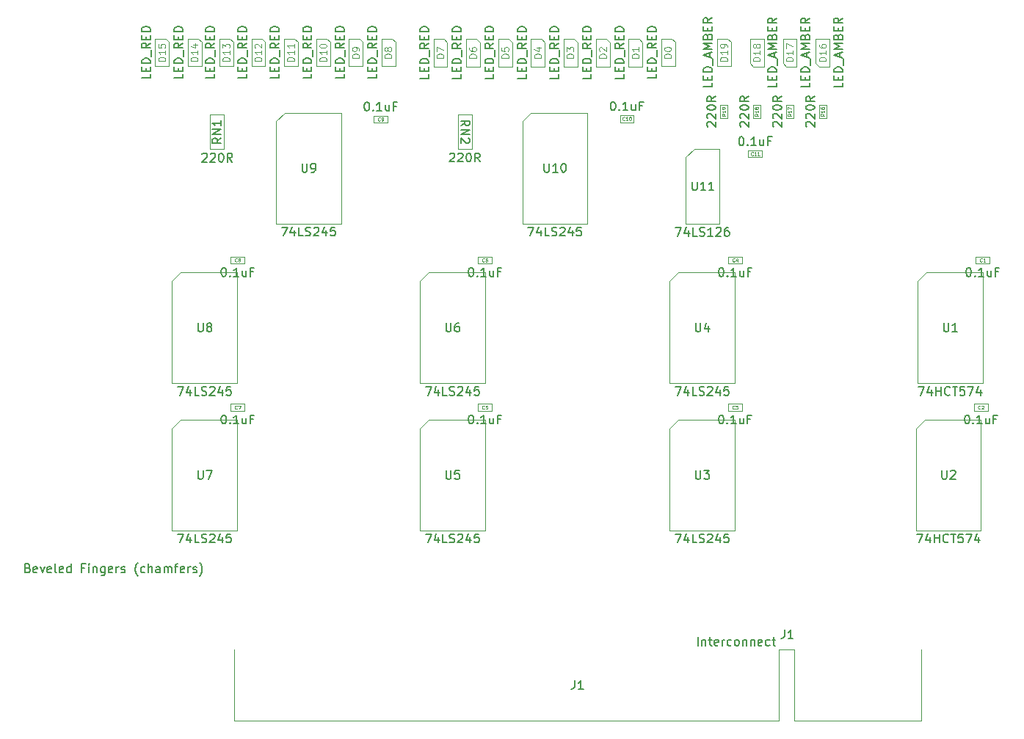
<source format=gbr>
G04 #@! TF.GenerationSoftware,KiCad,Pcbnew,(5.1.8)-1*
G04 #@! TF.CreationDate,2020-11-27T17:20:36-08:00*
G04 #@! TF.ProjectId,GPRModule,4750524d-6f64-4756-9c65-2e6b69636164,1.0*
G04 #@! TF.SameCoordinates,Original*
G04 #@! TF.FileFunction,Other,Fab,Top*
%FSLAX46Y46*%
G04 Gerber Fmt 4.6, Leading zero omitted, Abs format (unit mm)*
G04 Created by KiCad (PCBNEW (5.1.8)-1) date 2020-11-27 17:20:36*
%MOMM*%
%LPD*%
G01*
G04 APERTURE LIST*
%ADD10C,0.150000*%
%ADD11C,0.100000*%
%ADD12C,0.120000*%
%ADD13C,0.060000*%
G04 APERTURE END LIST*
D10*
X78419047Y-120328571D02*
X78561904Y-120376190D01*
X78609523Y-120423809D01*
X78657142Y-120519047D01*
X78657142Y-120661904D01*
X78609523Y-120757142D01*
X78561904Y-120804761D01*
X78466666Y-120852380D01*
X78085714Y-120852380D01*
X78085714Y-119852380D01*
X78419047Y-119852380D01*
X78514285Y-119900000D01*
X78561904Y-119947619D01*
X78609523Y-120042857D01*
X78609523Y-120138095D01*
X78561904Y-120233333D01*
X78514285Y-120280952D01*
X78419047Y-120328571D01*
X78085714Y-120328571D01*
X79466666Y-120804761D02*
X79371428Y-120852380D01*
X79180952Y-120852380D01*
X79085714Y-120804761D01*
X79038095Y-120709523D01*
X79038095Y-120328571D01*
X79085714Y-120233333D01*
X79180952Y-120185714D01*
X79371428Y-120185714D01*
X79466666Y-120233333D01*
X79514285Y-120328571D01*
X79514285Y-120423809D01*
X79038095Y-120519047D01*
X79847619Y-120185714D02*
X80085714Y-120852380D01*
X80323809Y-120185714D01*
X81085714Y-120804761D02*
X80990476Y-120852380D01*
X80800000Y-120852380D01*
X80704761Y-120804761D01*
X80657142Y-120709523D01*
X80657142Y-120328571D01*
X80704761Y-120233333D01*
X80800000Y-120185714D01*
X80990476Y-120185714D01*
X81085714Y-120233333D01*
X81133333Y-120328571D01*
X81133333Y-120423809D01*
X80657142Y-120519047D01*
X81704761Y-120852380D02*
X81609523Y-120804761D01*
X81561904Y-120709523D01*
X81561904Y-119852380D01*
X82466666Y-120804761D02*
X82371428Y-120852380D01*
X82180952Y-120852380D01*
X82085714Y-120804761D01*
X82038095Y-120709523D01*
X82038095Y-120328571D01*
X82085714Y-120233333D01*
X82180952Y-120185714D01*
X82371428Y-120185714D01*
X82466666Y-120233333D01*
X82514285Y-120328571D01*
X82514285Y-120423809D01*
X82038095Y-120519047D01*
X83371428Y-120852380D02*
X83371428Y-119852380D01*
X83371428Y-120804761D02*
X83276190Y-120852380D01*
X83085714Y-120852380D01*
X82990476Y-120804761D01*
X82942857Y-120757142D01*
X82895238Y-120661904D01*
X82895238Y-120376190D01*
X82942857Y-120280952D01*
X82990476Y-120233333D01*
X83085714Y-120185714D01*
X83276190Y-120185714D01*
X83371428Y-120233333D01*
X84942857Y-120328571D02*
X84609523Y-120328571D01*
X84609523Y-120852380D02*
X84609523Y-119852380D01*
X85085714Y-119852380D01*
X85466666Y-120852380D02*
X85466666Y-120185714D01*
X85466666Y-119852380D02*
X85419047Y-119900000D01*
X85466666Y-119947619D01*
X85514285Y-119900000D01*
X85466666Y-119852380D01*
X85466666Y-119947619D01*
X85942857Y-120185714D02*
X85942857Y-120852380D01*
X85942857Y-120280952D02*
X85990476Y-120233333D01*
X86085714Y-120185714D01*
X86228571Y-120185714D01*
X86323809Y-120233333D01*
X86371428Y-120328571D01*
X86371428Y-120852380D01*
X87276190Y-120185714D02*
X87276190Y-120995238D01*
X87228571Y-121090476D01*
X87180952Y-121138095D01*
X87085714Y-121185714D01*
X86942857Y-121185714D01*
X86847619Y-121138095D01*
X87276190Y-120804761D02*
X87180952Y-120852380D01*
X86990476Y-120852380D01*
X86895238Y-120804761D01*
X86847619Y-120757142D01*
X86800000Y-120661904D01*
X86800000Y-120376190D01*
X86847619Y-120280952D01*
X86895238Y-120233333D01*
X86990476Y-120185714D01*
X87180952Y-120185714D01*
X87276190Y-120233333D01*
X88133333Y-120804761D02*
X88038095Y-120852380D01*
X87847619Y-120852380D01*
X87752380Y-120804761D01*
X87704761Y-120709523D01*
X87704761Y-120328571D01*
X87752380Y-120233333D01*
X87847619Y-120185714D01*
X88038095Y-120185714D01*
X88133333Y-120233333D01*
X88180952Y-120328571D01*
X88180952Y-120423809D01*
X87704761Y-120519047D01*
X88609523Y-120852380D02*
X88609523Y-120185714D01*
X88609523Y-120376190D02*
X88657142Y-120280952D01*
X88704761Y-120233333D01*
X88800000Y-120185714D01*
X88895238Y-120185714D01*
X89180952Y-120804761D02*
X89276190Y-120852380D01*
X89466666Y-120852380D01*
X89561904Y-120804761D01*
X89609523Y-120709523D01*
X89609523Y-120661904D01*
X89561904Y-120566666D01*
X89466666Y-120519047D01*
X89323809Y-120519047D01*
X89228571Y-120471428D01*
X89180952Y-120376190D01*
X89180952Y-120328571D01*
X89228571Y-120233333D01*
X89323809Y-120185714D01*
X89466666Y-120185714D01*
X89561904Y-120233333D01*
X91085714Y-121233333D02*
X91038095Y-121185714D01*
X90942857Y-121042857D01*
X90895238Y-120947619D01*
X90847619Y-120804761D01*
X90800000Y-120566666D01*
X90800000Y-120376190D01*
X90847619Y-120138095D01*
X90895238Y-119995238D01*
X90942857Y-119900000D01*
X91038095Y-119757142D01*
X91085714Y-119709523D01*
X91895238Y-120804761D02*
X91800000Y-120852380D01*
X91609523Y-120852380D01*
X91514285Y-120804761D01*
X91466666Y-120757142D01*
X91419047Y-120661904D01*
X91419047Y-120376190D01*
X91466666Y-120280952D01*
X91514285Y-120233333D01*
X91609523Y-120185714D01*
X91800000Y-120185714D01*
X91895238Y-120233333D01*
X92323809Y-120852380D02*
X92323809Y-119852380D01*
X92752380Y-120852380D02*
X92752380Y-120328571D01*
X92704761Y-120233333D01*
X92609523Y-120185714D01*
X92466666Y-120185714D01*
X92371428Y-120233333D01*
X92323809Y-120280952D01*
X93657142Y-120852380D02*
X93657142Y-120328571D01*
X93609523Y-120233333D01*
X93514285Y-120185714D01*
X93323809Y-120185714D01*
X93228571Y-120233333D01*
X93657142Y-120804761D02*
X93561904Y-120852380D01*
X93323809Y-120852380D01*
X93228571Y-120804761D01*
X93180952Y-120709523D01*
X93180952Y-120614285D01*
X93228571Y-120519047D01*
X93323809Y-120471428D01*
X93561904Y-120471428D01*
X93657142Y-120423809D01*
X94133333Y-120852380D02*
X94133333Y-120185714D01*
X94133333Y-120280952D02*
X94180952Y-120233333D01*
X94276190Y-120185714D01*
X94419047Y-120185714D01*
X94514285Y-120233333D01*
X94561904Y-120328571D01*
X94561904Y-120852380D01*
X94561904Y-120328571D02*
X94609523Y-120233333D01*
X94704761Y-120185714D01*
X94847619Y-120185714D01*
X94942857Y-120233333D01*
X94990476Y-120328571D01*
X94990476Y-120852380D01*
X95323809Y-120185714D02*
X95704761Y-120185714D01*
X95466666Y-120852380D02*
X95466666Y-119995238D01*
X95514285Y-119900000D01*
X95609523Y-119852380D01*
X95704761Y-119852380D01*
X96419047Y-120804761D02*
X96323809Y-120852380D01*
X96133333Y-120852380D01*
X96038095Y-120804761D01*
X95990476Y-120709523D01*
X95990476Y-120328571D01*
X96038095Y-120233333D01*
X96133333Y-120185714D01*
X96323809Y-120185714D01*
X96419047Y-120233333D01*
X96466666Y-120328571D01*
X96466666Y-120423809D01*
X95990476Y-120519047D01*
X96895238Y-120852380D02*
X96895238Y-120185714D01*
X96895238Y-120376190D02*
X96942857Y-120280952D01*
X96990476Y-120233333D01*
X97085714Y-120185714D01*
X97180952Y-120185714D01*
X97466666Y-120804761D02*
X97561904Y-120852380D01*
X97752380Y-120852380D01*
X97847619Y-120804761D01*
X97895238Y-120709523D01*
X97895238Y-120661904D01*
X97847619Y-120566666D01*
X97752380Y-120519047D01*
X97609523Y-120519047D01*
X97514285Y-120471428D01*
X97466666Y-120376190D01*
X97466666Y-120328571D01*
X97514285Y-120233333D01*
X97609523Y-120185714D01*
X97752380Y-120185714D01*
X97847619Y-120233333D01*
X98228571Y-121233333D02*
X98276190Y-121185714D01*
X98371428Y-121042857D01*
X98419047Y-120947619D01*
X98466666Y-120804761D01*
X98514285Y-120566666D01*
X98514285Y-120376190D01*
X98466666Y-120138095D01*
X98419047Y-119995238D01*
X98371428Y-119900000D01*
X98276190Y-119757142D01*
X98228571Y-119709523D01*
D11*
X99450000Y-68020000D02*
X99450000Y-72020000D01*
X99450000Y-72020000D02*
X101050000Y-72020000D01*
X101050000Y-72020000D02*
X101050000Y-68020000D01*
X101050000Y-68020000D02*
X99450000Y-68020000D01*
X96050000Y-103200000D02*
X102550000Y-103200000D01*
X102550000Y-103200000D02*
X102550000Y-116000000D01*
X102550000Y-116000000D02*
X95050000Y-116000000D01*
X95050000Y-116000000D02*
X95050000Y-104200000D01*
X95050000Y-104200000D02*
X96050000Y-103200000D01*
X102100000Y-62450000D02*
X102100000Y-59650000D01*
X102100000Y-59650000D02*
X101700000Y-59250000D01*
X101700000Y-59250000D02*
X100500000Y-59250000D01*
X100500000Y-59250000D02*
X100500000Y-62450000D01*
X100500000Y-62450000D02*
X102100000Y-62450000D01*
X187725000Y-85200000D02*
X187725000Y-84400000D01*
X187725000Y-84400000D02*
X189325000Y-84400000D01*
X189325000Y-84400000D02*
X189325000Y-85200000D01*
X189325000Y-85200000D02*
X187725000Y-85200000D01*
X189125000Y-102200000D02*
X187525000Y-102200000D01*
X189125000Y-101400000D02*
X189125000Y-102200000D01*
X187525000Y-101400000D02*
X189125000Y-101400000D01*
X187525000Y-102200000D02*
X187525000Y-101400000D01*
X160775000Y-102200000D02*
X159175000Y-102200000D01*
X160775000Y-101400000D02*
X160775000Y-102200000D01*
X159175000Y-101400000D02*
X160775000Y-101400000D01*
X159175000Y-102200000D02*
X159175000Y-101400000D01*
X159180000Y-85200000D02*
X159180000Y-84400000D01*
X159180000Y-84400000D02*
X160780000Y-84400000D01*
X160780000Y-84400000D02*
X160780000Y-85200000D01*
X160780000Y-85200000D02*
X159180000Y-85200000D01*
X131925000Y-102200000D02*
X130325000Y-102200000D01*
X131925000Y-101400000D02*
X131925000Y-102200000D01*
X130325000Y-101400000D02*
X131925000Y-101400000D01*
X130325000Y-102200000D02*
X130325000Y-101400000D01*
X130325000Y-85200000D02*
X130325000Y-84400000D01*
X130325000Y-84400000D02*
X131925000Y-84400000D01*
X131925000Y-84400000D02*
X131925000Y-85200000D01*
X131925000Y-85200000D02*
X130325000Y-85200000D01*
X103400000Y-102200000D02*
X101800000Y-102200000D01*
X103400000Y-101400000D02*
X103400000Y-102200000D01*
X101800000Y-101400000D02*
X103400000Y-101400000D01*
X101800000Y-102200000D02*
X101800000Y-101400000D01*
X103400000Y-85200000D02*
X101800000Y-85200000D01*
X103400000Y-84400000D02*
X103400000Y-85200000D01*
X101800000Y-84400000D02*
X103400000Y-84400000D01*
X101800000Y-85200000D02*
X101800000Y-84400000D01*
X119900000Y-68150000D02*
X119900000Y-68950000D01*
X119900000Y-68950000D02*
X118300000Y-68950000D01*
X118300000Y-68950000D02*
X118300000Y-68150000D01*
X118300000Y-68150000D02*
X119900000Y-68150000D01*
X146700000Y-68100000D02*
X148300000Y-68100000D01*
X146700000Y-68900000D02*
X146700000Y-68100000D01*
X148300000Y-68900000D02*
X146700000Y-68900000D01*
X148300000Y-68100000D02*
X148300000Y-68900000D01*
X163100000Y-72150000D02*
X163100000Y-72950000D01*
X163100000Y-72950000D02*
X161500000Y-72950000D01*
X161500000Y-72950000D02*
X161500000Y-72150000D01*
X161500000Y-72150000D02*
X163100000Y-72150000D01*
X151450000Y-62450000D02*
X153050000Y-62450000D01*
X151450000Y-59250000D02*
X151450000Y-62450000D01*
X152650000Y-59250000D02*
X151450000Y-59250000D01*
X153050000Y-59650000D02*
X152650000Y-59250000D01*
X153050000Y-62450000D02*
X153050000Y-59650000D01*
X147700000Y-62462500D02*
X149300000Y-62462500D01*
X147700000Y-59262500D02*
X147700000Y-62462500D01*
X148900000Y-59262500D02*
X147700000Y-59262500D01*
X149300000Y-59662500D02*
X148900000Y-59262500D01*
X149300000Y-62462500D02*
X149300000Y-59662500D01*
X145550000Y-62462500D02*
X145550000Y-59662500D01*
X145550000Y-59662500D02*
X145150000Y-59262500D01*
X145150000Y-59262500D02*
X143950000Y-59262500D01*
X143950000Y-59262500D02*
X143950000Y-62462500D01*
X143950000Y-62462500D02*
X145550000Y-62462500D01*
X141800000Y-62462500D02*
X141800000Y-59662500D01*
X141800000Y-59662500D02*
X141400000Y-59262500D01*
X141400000Y-59262500D02*
X140200000Y-59262500D01*
X140200000Y-59262500D02*
X140200000Y-62462500D01*
X140200000Y-62462500D02*
X141800000Y-62462500D01*
X136450000Y-62462500D02*
X138050000Y-62462500D01*
X136450000Y-59262500D02*
X136450000Y-62462500D01*
X137650000Y-59262500D02*
X136450000Y-59262500D01*
X138050000Y-59662500D02*
X137650000Y-59262500D01*
X138050000Y-62462500D02*
X138050000Y-59662500D01*
X132700000Y-62462500D02*
X134300000Y-62462500D01*
X132700000Y-59262500D02*
X132700000Y-62462500D01*
X133900000Y-59262500D02*
X132700000Y-59262500D01*
X134300000Y-59662500D02*
X133900000Y-59262500D01*
X134300000Y-62462500D02*
X134300000Y-59662500D01*
X130550000Y-62462500D02*
X130550000Y-59662500D01*
X130550000Y-59662500D02*
X130150000Y-59262500D01*
X130150000Y-59262500D02*
X128950000Y-59262500D01*
X128950000Y-59262500D02*
X128950000Y-62462500D01*
X128950000Y-62462500D02*
X130550000Y-62462500D01*
X125200000Y-62462500D02*
X126800000Y-62462500D01*
X125200000Y-59262500D02*
X125200000Y-62462500D01*
X126400000Y-59262500D02*
X125200000Y-59262500D01*
X126800000Y-59662500D02*
X126400000Y-59262500D01*
X126800000Y-62462500D02*
X126800000Y-59662500D01*
X120800000Y-62450000D02*
X120800000Y-59650000D01*
X120800000Y-59650000D02*
X120400000Y-59250000D01*
X120400000Y-59250000D02*
X119200000Y-59250000D01*
X119200000Y-59250000D02*
X119200000Y-62450000D01*
X119200000Y-62450000D02*
X120800000Y-62450000D01*
X117050000Y-62450000D02*
X117050000Y-59650000D01*
X117050000Y-59650000D02*
X116650000Y-59250000D01*
X116650000Y-59250000D02*
X115450000Y-59250000D01*
X115450000Y-59250000D02*
X115450000Y-62450000D01*
X115450000Y-62450000D02*
X117050000Y-62450000D01*
X111700000Y-62450000D02*
X113300000Y-62450000D01*
X111700000Y-59250000D02*
X111700000Y-62450000D01*
X112900000Y-59250000D02*
X111700000Y-59250000D01*
X113300000Y-59650000D02*
X112900000Y-59250000D01*
X113300000Y-62450000D02*
X113300000Y-59650000D01*
X109550000Y-62450000D02*
X109550000Y-59650000D01*
X109550000Y-59650000D02*
X109150000Y-59250000D01*
X109150000Y-59250000D02*
X107950000Y-59250000D01*
X107950000Y-59250000D02*
X107950000Y-62450000D01*
X107950000Y-62450000D02*
X109550000Y-62450000D01*
X104200000Y-62450000D02*
X105800000Y-62450000D01*
X104200000Y-59250000D02*
X104200000Y-62450000D01*
X105400000Y-59250000D02*
X104200000Y-59250000D01*
X105800000Y-59650000D02*
X105400000Y-59250000D01*
X105800000Y-62450000D02*
X105800000Y-59650000D01*
X96850000Y-62450000D02*
X98450000Y-62450000D01*
X96850000Y-59250000D02*
X96850000Y-62450000D01*
X98050000Y-59250000D02*
X96850000Y-59250000D01*
X98450000Y-59650000D02*
X98050000Y-59250000D01*
X98450000Y-62450000D02*
X98450000Y-59650000D01*
X94700000Y-62450000D02*
X94700000Y-59650000D01*
X94700000Y-59650000D02*
X94300000Y-59250000D01*
X94300000Y-59250000D02*
X93100000Y-59250000D01*
X93100000Y-59250000D02*
X93100000Y-62450000D01*
X93100000Y-62450000D02*
X94700000Y-62450000D01*
X169300000Y-59272500D02*
X169300000Y-62072500D01*
X169300000Y-62072500D02*
X169700000Y-62472500D01*
X169700000Y-62472500D02*
X170900000Y-62472500D01*
X170900000Y-62472500D02*
X170900000Y-59272500D01*
X170900000Y-59272500D02*
X169300000Y-59272500D01*
X167100000Y-59272500D02*
X165500000Y-59272500D01*
X167100000Y-62472500D02*
X167100000Y-59272500D01*
X165900000Y-62472500D02*
X167100000Y-62472500D01*
X165500000Y-62072500D02*
X165900000Y-62472500D01*
X165500000Y-59272500D02*
X165500000Y-62072500D01*
X161700000Y-59272500D02*
X161700000Y-62072500D01*
X161700000Y-62072500D02*
X162100000Y-62472500D01*
X162100000Y-62472500D02*
X163300000Y-62472500D01*
X163300000Y-62472500D02*
X163300000Y-59272500D01*
X163300000Y-59272500D02*
X161700000Y-59272500D01*
X157900000Y-62447500D02*
X159500000Y-62447500D01*
X157900000Y-59247500D02*
X157900000Y-62447500D01*
X159100000Y-59247500D02*
X157900000Y-59247500D01*
X159500000Y-59647500D02*
X159100000Y-59247500D01*
X159500000Y-62447500D02*
X159500000Y-59647500D01*
X181420000Y-137970000D02*
X181420000Y-129710000D01*
X166820000Y-137970000D02*
X181420000Y-137970000D01*
X166820000Y-129710000D02*
X166820000Y-137970000D01*
X165040000Y-129710000D02*
X166820000Y-129710000D01*
X165040000Y-137970000D02*
X165040000Y-129710000D01*
X102180000Y-137970000D02*
X165040000Y-137970000D01*
X102180000Y-129710000D02*
X102180000Y-137970000D01*
X170490000Y-66860000D02*
X170490000Y-68460000D01*
X169690000Y-66860000D02*
X170490000Y-66860000D01*
X169690000Y-68460000D02*
X169690000Y-66860000D01*
X170490000Y-68460000D02*
X169690000Y-68460000D01*
X166690000Y-68460000D02*
X165890000Y-68460000D01*
X165890000Y-68460000D02*
X165890000Y-66860000D01*
X165890000Y-66860000D02*
X166690000Y-66860000D01*
X166690000Y-66860000D02*
X166690000Y-68460000D01*
X162890000Y-66860000D02*
X162890000Y-68460000D01*
X162090000Y-66860000D02*
X162890000Y-66860000D01*
X162090000Y-68460000D02*
X162090000Y-66860000D01*
X162890000Y-68460000D02*
X162090000Y-68460000D01*
X159090000Y-68460000D02*
X158290000Y-68460000D01*
X158290000Y-68460000D02*
X158290000Y-66860000D01*
X158290000Y-66860000D02*
X159090000Y-66860000D01*
X159090000Y-66860000D02*
X159090000Y-68460000D01*
X129600000Y-68000000D02*
X128000000Y-68000000D01*
X129600000Y-72000000D02*
X129600000Y-68000000D01*
X128000000Y-72000000D02*
X129600000Y-72000000D01*
X128000000Y-68000000D02*
X128000000Y-72000000D01*
X181050000Y-87200000D02*
X182050000Y-86200000D01*
X181050000Y-99000000D02*
X181050000Y-87200000D01*
X188550000Y-99000000D02*
X181050000Y-99000000D01*
X188550000Y-86200000D02*
X188550000Y-99000000D01*
X182050000Y-86200000D02*
X188550000Y-86200000D01*
X181850000Y-103200000D02*
X188350000Y-103200000D01*
X188350000Y-103200000D02*
X188350000Y-116000000D01*
X188350000Y-116000000D02*
X180850000Y-116000000D01*
X180850000Y-116000000D02*
X180850000Y-104200000D01*
X180850000Y-104200000D02*
X181850000Y-103200000D01*
X153450000Y-103200000D02*
X159950000Y-103200000D01*
X159950000Y-103200000D02*
X159950000Y-116000000D01*
X159950000Y-116000000D02*
X152450000Y-116000000D01*
X152450000Y-116000000D02*
X152450000Y-104200000D01*
X152450000Y-104200000D02*
X153450000Y-103200000D01*
X152450000Y-87200000D02*
X153450000Y-86200000D01*
X152450000Y-99000000D02*
X152450000Y-87200000D01*
X159950000Y-99000000D02*
X152450000Y-99000000D01*
X159950000Y-86200000D02*
X159950000Y-99000000D01*
X153450000Y-86200000D02*
X159950000Y-86200000D01*
X124650000Y-103200000D02*
X131150000Y-103200000D01*
X131150000Y-103200000D02*
X131150000Y-116000000D01*
X131150000Y-116000000D02*
X123650000Y-116000000D01*
X123650000Y-116000000D02*
X123650000Y-104200000D01*
X123650000Y-104200000D02*
X124650000Y-103200000D01*
X123650000Y-87200000D02*
X124650000Y-86200000D01*
X123650000Y-99000000D02*
X123650000Y-87200000D01*
X131150000Y-99000000D02*
X123650000Y-99000000D01*
X131150000Y-86200000D02*
X131150000Y-99000000D01*
X124650000Y-86200000D02*
X131150000Y-86200000D01*
X95050000Y-87200000D02*
X96050000Y-86200000D01*
X95050000Y-99000000D02*
X95050000Y-87200000D01*
X102550000Y-99000000D02*
X95050000Y-99000000D01*
X102550000Y-86200000D02*
X102550000Y-99000000D01*
X96050000Y-86200000D02*
X102550000Y-86200000D01*
X108050000Y-67800000D02*
X114550000Y-67800000D01*
X114550000Y-67800000D02*
X114550000Y-80600000D01*
X114550000Y-80600000D02*
X107050000Y-80600000D01*
X107050000Y-80600000D02*
X107050000Y-68800000D01*
X107050000Y-68800000D02*
X108050000Y-67800000D01*
X135450000Y-68800000D02*
X136450000Y-67800000D01*
X135450000Y-80600000D02*
X135450000Y-68800000D01*
X142950000Y-80600000D02*
X135450000Y-80600000D01*
X142950000Y-67800000D02*
X142950000Y-80600000D01*
X136450000Y-67800000D02*
X142950000Y-67800000D01*
X154300000Y-72950000D02*
X155275000Y-71975000D01*
X154300000Y-80625000D02*
X154300000Y-72950000D01*
X158200000Y-80625000D02*
X154300000Y-80625000D01*
X158200000Y-71975000D02*
X158200000Y-80625000D01*
X155275000Y-71975000D02*
X158200000Y-71975000D01*
D10*
X98511904Y-72567619D02*
X98559523Y-72520000D01*
X98654761Y-72472380D01*
X98892857Y-72472380D01*
X98988095Y-72520000D01*
X99035714Y-72567619D01*
X99083333Y-72662857D01*
X99083333Y-72758095D01*
X99035714Y-72900952D01*
X98464285Y-73472380D01*
X99083333Y-73472380D01*
X99464285Y-72567619D02*
X99511904Y-72520000D01*
X99607142Y-72472380D01*
X99845238Y-72472380D01*
X99940476Y-72520000D01*
X99988095Y-72567619D01*
X100035714Y-72662857D01*
X100035714Y-72758095D01*
X99988095Y-72900952D01*
X99416666Y-73472380D01*
X100035714Y-73472380D01*
X100654761Y-72472380D02*
X100750000Y-72472380D01*
X100845238Y-72520000D01*
X100892857Y-72567619D01*
X100940476Y-72662857D01*
X100988095Y-72853333D01*
X100988095Y-73091428D01*
X100940476Y-73281904D01*
X100892857Y-73377142D01*
X100845238Y-73424761D01*
X100750000Y-73472380D01*
X100654761Y-73472380D01*
X100559523Y-73424761D01*
X100511904Y-73377142D01*
X100464285Y-73281904D01*
X100416666Y-73091428D01*
X100416666Y-72853333D01*
X100464285Y-72662857D01*
X100511904Y-72567619D01*
X100559523Y-72520000D01*
X100654761Y-72472380D01*
X101988095Y-73472380D02*
X101654761Y-72996190D01*
X101416666Y-73472380D02*
X101416666Y-72472380D01*
X101797619Y-72472380D01*
X101892857Y-72520000D01*
X101940476Y-72567619D01*
X101988095Y-72662857D01*
X101988095Y-72805714D01*
X101940476Y-72900952D01*
X101892857Y-72948571D01*
X101797619Y-72996190D01*
X101416666Y-72996190D01*
X100702380Y-70710476D02*
X100226190Y-71043809D01*
X100702380Y-71281904D02*
X99702380Y-71281904D01*
X99702380Y-70900952D01*
X99750000Y-70805714D01*
X99797619Y-70758095D01*
X99892857Y-70710476D01*
X100035714Y-70710476D01*
X100130952Y-70758095D01*
X100178571Y-70805714D01*
X100226190Y-70900952D01*
X100226190Y-71281904D01*
X100702380Y-70281904D02*
X99702380Y-70281904D01*
X100702380Y-69710476D01*
X99702380Y-69710476D01*
X100702380Y-68710476D02*
X100702380Y-69281904D01*
X100702380Y-68996190D02*
X99702380Y-68996190D01*
X99845238Y-69091428D01*
X99940476Y-69186666D01*
X99988095Y-69281904D01*
X95680952Y-116402380D02*
X96347619Y-116402380D01*
X95919047Y-117402380D01*
X97157142Y-116735714D02*
X97157142Y-117402380D01*
X96919047Y-116354761D02*
X96680952Y-117069047D01*
X97300000Y-117069047D01*
X98157142Y-117402380D02*
X97680952Y-117402380D01*
X97680952Y-116402380D01*
X98442857Y-117354761D02*
X98585714Y-117402380D01*
X98823809Y-117402380D01*
X98919047Y-117354761D01*
X98966666Y-117307142D01*
X99014285Y-117211904D01*
X99014285Y-117116666D01*
X98966666Y-117021428D01*
X98919047Y-116973809D01*
X98823809Y-116926190D01*
X98633333Y-116878571D01*
X98538095Y-116830952D01*
X98490476Y-116783333D01*
X98442857Y-116688095D01*
X98442857Y-116592857D01*
X98490476Y-116497619D01*
X98538095Y-116450000D01*
X98633333Y-116402380D01*
X98871428Y-116402380D01*
X99014285Y-116450000D01*
X99395238Y-116497619D02*
X99442857Y-116450000D01*
X99538095Y-116402380D01*
X99776190Y-116402380D01*
X99871428Y-116450000D01*
X99919047Y-116497619D01*
X99966666Y-116592857D01*
X99966666Y-116688095D01*
X99919047Y-116830952D01*
X99347619Y-117402380D01*
X99966666Y-117402380D01*
X100823809Y-116735714D02*
X100823809Y-117402380D01*
X100585714Y-116354761D02*
X100347619Y-117069047D01*
X100966666Y-117069047D01*
X101823809Y-116402380D02*
X101347619Y-116402380D01*
X101300000Y-116878571D01*
X101347619Y-116830952D01*
X101442857Y-116783333D01*
X101680952Y-116783333D01*
X101776190Y-116830952D01*
X101823809Y-116878571D01*
X101871428Y-116973809D01*
X101871428Y-117211904D01*
X101823809Y-117307142D01*
X101776190Y-117354761D01*
X101680952Y-117402380D01*
X101442857Y-117402380D01*
X101347619Y-117354761D01*
X101300000Y-117307142D01*
X98038095Y-109052380D02*
X98038095Y-109861904D01*
X98085714Y-109957142D01*
X98133333Y-110004761D01*
X98228571Y-110052380D01*
X98419047Y-110052380D01*
X98514285Y-110004761D01*
X98561904Y-109957142D01*
X98609523Y-109861904D01*
X98609523Y-109052380D01*
X98990476Y-109052380D02*
X99657142Y-109052380D01*
X99228571Y-110052380D01*
X99932380Y-63326190D02*
X99932380Y-63802380D01*
X98932380Y-63802380D01*
X99408571Y-62992857D02*
X99408571Y-62659523D01*
X99932380Y-62516666D02*
X99932380Y-62992857D01*
X98932380Y-62992857D01*
X98932380Y-62516666D01*
X99932380Y-62088095D02*
X98932380Y-62088095D01*
X98932380Y-61850000D01*
X98980000Y-61707142D01*
X99075238Y-61611904D01*
X99170476Y-61564285D01*
X99360952Y-61516666D01*
X99503809Y-61516666D01*
X99694285Y-61564285D01*
X99789523Y-61611904D01*
X99884761Y-61707142D01*
X99932380Y-61850000D01*
X99932380Y-62088095D01*
X100027619Y-61326190D02*
X100027619Y-60564285D01*
X99932380Y-59754761D02*
X99456190Y-60088095D01*
X99932380Y-60326190D02*
X98932380Y-60326190D01*
X98932380Y-59945238D01*
X98980000Y-59850000D01*
X99027619Y-59802380D01*
X99122857Y-59754761D01*
X99265714Y-59754761D01*
X99360952Y-59802380D01*
X99408571Y-59850000D01*
X99456190Y-59945238D01*
X99456190Y-60326190D01*
X99408571Y-59326190D02*
X99408571Y-58992857D01*
X99932380Y-58850000D02*
X99932380Y-59326190D01*
X98932380Y-59326190D01*
X98932380Y-58850000D01*
X99932380Y-58421428D02*
X98932380Y-58421428D01*
X98932380Y-58183333D01*
X98980000Y-58040476D01*
X99075238Y-57945238D01*
X99170476Y-57897619D01*
X99360952Y-57850000D01*
X99503809Y-57850000D01*
X99694285Y-57897619D01*
X99789523Y-57945238D01*
X99884761Y-58040476D01*
X99932380Y-58183333D01*
X99932380Y-58421428D01*
D12*
X101661904Y-61821428D02*
X100861904Y-61821428D01*
X100861904Y-61630952D01*
X100900000Y-61516666D01*
X100976190Y-61440476D01*
X101052380Y-61402380D01*
X101204761Y-61364285D01*
X101319047Y-61364285D01*
X101471428Y-61402380D01*
X101547619Y-61440476D01*
X101623809Y-61516666D01*
X101661904Y-61630952D01*
X101661904Y-61821428D01*
X101661904Y-60602380D02*
X101661904Y-61059523D01*
X101661904Y-60830952D02*
X100861904Y-60830952D01*
X100976190Y-60907142D01*
X101052380Y-60983333D01*
X101090476Y-61059523D01*
X100861904Y-60335714D02*
X100861904Y-59840476D01*
X101166666Y-60107142D01*
X101166666Y-59992857D01*
X101204761Y-59916666D01*
X101242857Y-59878571D01*
X101319047Y-59840476D01*
X101509523Y-59840476D01*
X101585714Y-59878571D01*
X101623809Y-59916666D01*
X101661904Y-59992857D01*
X101661904Y-60221428D01*
X101623809Y-60297619D01*
X101585714Y-60335714D01*
D10*
X186882142Y-85682380D02*
X186977380Y-85682380D01*
X187072619Y-85730000D01*
X187120238Y-85777619D01*
X187167857Y-85872857D01*
X187215476Y-86063333D01*
X187215476Y-86301428D01*
X187167857Y-86491904D01*
X187120238Y-86587142D01*
X187072619Y-86634761D01*
X186977380Y-86682380D01*
X186882142Y-86682380D01*
X186786904Y-86634761D01*
X186739285Y-86587142D01*
X186691666Y-86491904D01*
X186644047Y-86301428D01*
X186644047Y-86063333D01*
X186691666Y-85872857D01*
X186739285Y-85777619D01*
X186786904Y-85730000D01*
X186882142Y-85682380D01*
X187644047Y-86587142D02*
X187691666Y-86634761D01*
X187644047Y-86682380D01*
X187596428Y-86634761D01*
X187644047Y-86587142D01*
X187644047Y-86682380D01*
X188644047Y-86682380D02*
X188072619Y-86682380D01*
X188358333Y-86682380D02*
X188358333Y-85682380D01*
X188263095Y-85825238D01*
X188167857Y-85920476D01*
X188072619Y-85968095D01*
X189501190Y-86015714D02*
X189501190Y-86682380D01*
X189072619Y-86015714D02*
X189072619Y-86539523D01*
X189120238Y-86634761D01*
X189215476Y-86682380D01*
X189358333Y-86682380D01*
X189453571Y-86634761D01*
X189501190Y-86587142D01*
X190310714Y-86158571D02*
X189977380Y-86158571D01*
X189977380Y-86682380D02*
X189977380Y-85682380D01*
X190453571Y-85682380D01*
D13*
X188458333Y-84942857D02*
X188439285Y-84961904D01*
X188382142Y-84980952D01*
X188344047Y-84980952D01*
X188286904Y-84961904D01*
X188248809Y-84923809D01*
X188229761Y-84885714D01*
X188210714Y-84809523D01*
X188210714Y-84752380D01*
X188229761Y-84676190D01*
X188248809Y-84638095D01*
X188286904Y-84600000D01*
X188344047Y-84580952D01*
X188382142Y-84580952D01*
X188439285Y-84600000D01*
X188458333Y-84619047D01*
X188839285Y-84980952D02*
X188610714Y-84980952D01*
X188725000Y-84980952D02*
X188725000Y-84580952D01*
X188686904Y-84638095D01*
X188648809Y-84676190D01*
X188610714Y-84695238D01*
D10*
X186682142Y-102682380D02*
X186777380Y-102682380D01*
X186872619Y-102730000D01*
X186920238Y-102777619D01*
X186967857Y-102872857D01*
X187015476Y-103063333D01*
X187015476Y-103301428D01*
X186967857Y-103491904D01*
X186920238Y-103587142D01*
X186872619Y-103634761D01*
X186777380Y-103682380D01*
X186682142Y-103682380D01*
X186586904Y-103634761D01*
X186539285Y-103587142D01*
X186491666Y-103491904D01*
X186444047Y-103301428D01*
X186444047Y-103063333D01*
X186491666Y-102872857D01*
X186539285Y-102777619D01*
X186586904Y-102730000D01*
X186682142Y-102682380D01*
X187444047Y-103587142D02*
X187491666Y-103634761D01*
X187444047Y-103682380D01*
X187396428Y-103634761D01*
X187444047Y-103587142D01*
X187444047Y-103682380D01*
X188444047Y-103682380D02*
X187872619Y-103682380D01*
X188158333Y-103682380D02*
X188158333Y-102682380D01*
X188063095Y-102825238D01*
X187967857Y-102920476D01*
X187872619Y-102968095D01*
X189301190Y-103015714D02*
X189301190Y-103682380D01*
X188872619Y-103015714D02*
X188872619Y-103539523D01*
X188920238Y-103634761D01*
X189015476Y-103682380D01*
X189158333Y-103682380D01*
X189253571Y-103634761D01*
X189301190Y-103587142D01*
X190110714Y-103158571D02*
X189777380Y-103158571D01*
X189777380Y-103682380D02*
X189777380Y-102682380D01*
X190253571Y-102682380D01*
D13*
X188258333Y-101942857D02*
X188239285Y-101961904D01*
X188182142Y-101980952D01*
X188144047Y-101980952D01*
X188086904Y-101961904D01*
X188048809Y-101923809D01*
X188029761Y-101885714D01*
X188010714Y-101809523D01*
X188010714Y-101752380D01*
X188029761Y-101676190D01*
X188048809Y-101638095D01*
X188086904Y-101600000D01*
X188144047Y-101580952D01*
X188182142Y-101580952D01*
X188239285Y-101600000D01*
X188258333Y-101619047D01*
X188410714Y-101619047D02*
X188429761Y-101600000D01*
X188467857Y-101580952D01*
X188563095Y-101580952D01*
X188601190Y-101600000D01*
X188620238Y-101619047D01*
X188639285Y-101657142D01*
X188639285Y-101695238D01*
X188620238Y-101752380D01*
X188391666Y-101980952D01*
X188639285Y-101980952D01*
D10*
X158332142Y-102682380D02*
X158427380Y-102682380D01*
X158522619Y-102730000D01*
X158570238Y-102777619D01*
X158617857Y-102872857D01*
X158665476Y-103063333D01*
X158665476Y-103301428D01*
X158617857Y-103491904D01*
X158570238Y-103587142D01*
X158522619Y-103634761D01*
X158427380Y-103682380D01*
X158332142Y-103682380D01*
X158236904Y-103634761D01*
X158189285Y-103587142D01*
X158141666Y-103491904D01*
X158094047Y-103301428D01*
X158094047Y-103063333D01*
X158141666Y-102872857D01*
X158189285Y-102777619D01*
X158236904Y-102730000D01*
X158332142Y-102682380D01*
X159094047Y-103587142D02*
X159141666Y-103634761D01*
X159094047Y-103682380D01*
X159046428Y-103634761D01*
X159094047Y-103587142D01*
X159094047Y-103682380D01*
X160094047Y-103682380D02*
X159522619Y-103682380D01*
X159808333Y-103682380D02*
X159808333Y-102682380D01*
X159713095Y-102825238D01*
X159617857Y-102920476D01*
X159522619Y-102968095D01*
X160951190Y-103015714D02*
X160951190Y-103682380D01*
X160522619Y-103015714D02*
X160522619Y-103539523D01*
X160570238Y-103634761D01*
X160665476Y-103682380D01*
X160808333Y-103682380D01*
X160903571Y-103634761D01*
X160951190Y-103587142D01*
X161760714Y-103158571D02*
X161427380Y-103158571D01*
X161427380Y-103682380D02*
X161427380Y-102682380D01*
X161903571Y-102682380D01*
D13*
X159908333Y-101942857D02*
X159889285Y-101961904D01*
X159832142Y-101980952D01*
X159794047Y-101980952D01*
X159736904Y-101961904D01*
X159698809Y-101923809D01*
X159679761Y-101885714D01*
X159660714Y-101809523D01*
X159660714Y-101752380D01*
X159679761Y-101676190D01*
X159698809Y-101638095D01*
X159736904Y-101600000D01*
X159794047Y-101580952D01*
X159832142Y-101580952D01*
X159889285Y-101600000D01*
X159908333Y-101619047D01*
X160041666Y-101580952D02*
X160289285Y-101580952D01*
X160155952Y-101733333D01*
X160213095Y-101733333D01*
X160251190Y-101752380D01*
X160270238Y-101771428D01*
X160289285Y-101809523D01*
X160289285Y-101904761D01*
X160270238Y-101942857D01*
X160251190Y-101961904D01*
X160213095Y-101980952D01*
X160098809Y-101980952D01*
X160060714Y-101961904D01*
X160041666Y-101942857D01*
D10*
X158337142Y-85682380D02*
X158432380Y-85682380D01*
X158527619Y-85730000D01*
X158575238Y-85777619D01*
X158622857Y-85872857D01*
X158670476Y-86063333D01*
X158670476Y-86301428D01*
X158622857Y-86491904D01*
X158575238Y-86587142D01*
X158527619Y-86634761D01*
X158432380Y-86682380D01*
X158337142Y-86682380D01*
X158241904Y-86634761D01*
X158194285Y-86587142D01*
X158146666Y-86491904D01*
X158099047Y-86301428D01*
X158099047Y-86063333D01*
X158146666Y-85872857D01*
X158194285Y-85777619D01*
X158241904Y-85730000D01*
X158337142Y-85682380D01*
X159099047Y-86587142D02*
X159146666Y-86634761D01*
X159099047Y-86682380D01*
X159051428Y-86634761D01*
X159099047Y-86587142D01*
X159099047Y-86682380D01*
X160099047Y-86682380D02*
X159527619Y-86682380D01*
X159813333Y-86682380D02*
X159813333Y-85682380D01*
X159718095Y-85825238D01*
X159622857Y-85920476D01*
X159527619Y-85968095D01*
X160956190Y-86015714D02*
X160956190Y-86682380D01*
X160527619Y-86015714D02*
X160527619Y-86539523D01*
X160575238Y-86634761D01*
X160670476Y-86682380D01*
X160813333Y-86682380D01*
X160908571Y-86634761D01*
X160956190Y-86587142D01*
X161765714Y-86158571D02*
X161432380Y-86158571D01*
X161432380Y-86682380D02*
X161432380Y-85682380D01*
X161908571Y-85682380D01*
D13*
X159913333Y-84942857D02*
X159894285Y-84961904D01*
X159837142Y-84980952D01*
X159799047Y-84980952D01*
X159741904Y-84961904D01*
X159703809Y-84923809D01*
X159684761Y-84885714D01*
X159665714Y-84809523D01*
X159665714Y-84752380D01*
X159684761Y-84676190D01*
X159703809Y-84638095D01*
X159741904Y-84600000D01*
X159799047Y-84580952D01*
X159837142Y-84580952D01*
X159894285Y-84600000D01*
X159913333Y-84619047D01*
X160256190Y-84714285D02*
X160256190Y-84980952D01*
X160160952Y-84561904D02*
X160065714Y-84847619D01*
X160313333Y-84847619D01*
D10*
X129482142Y-102682380D02*
X129577380Y-102682380D01*
X129672619Y-102730000D01*
X129720238Y-102777619D01*
X129767857Y-102872857D01*
X129815476Y-103063333D01*
X129815476Y-103301428D01*
X129767857Y-103491904D01*
X129720238Y-103587142D01*
X129672619Y-103634761D01*
X129577380Y-103682380D01*
X129482142Y-103682380D01*
X129386904Y-103634761D01*
X129339285Y-103587142D01*
X129291666Y-103491904D01*
X129244047Y-103301428D01*
X129244047Y-103063333D01*
X129291666Y-102872857D01*
X129339285Y-102777619D01*
X129386904Y-102730000D01*
X129482142Y-102682380D01*
X130244047Y-103587142D02*
X130291666Y-103634761D01*
X130244047Y-103682380D01*
X130196428Y-103634761D01*
X130244047Y-103587142D01*
X130244047Y-103682380D01*
X131244047Y-103682380D02*
X130672619Y-103682380D01*
X130958333Y-103682380D02*
X130958333Y-102682380D01*
X130863095Y-102825238D01*
X130767857Y-102920476D01*
X130672619Y-102968095D01*
X132101190Y-103015714D02*
X132101190Y-103682380D01*
X131672619Y-103015714D02*
X131672619Y-103539523D01*
X131720238Y-103634761D01*
X131815476Y-103682380D01*
X131958333Y-103682380D01*
X132053571Y-103634761D01*
X132101190Y-103587142D01*
X132910714Y-103158571D02*
X132577380Y-103158571D01*
X132577380Y-103682380D02*
X132577380Y-102682380D01*
X133053571Y-102682380D01*
D13*
X131058333Y-101942857D02*
X131039285Y-101961904D01*
X130982142Y-101980952D01*
X130944047Y-101980952D01*
X130886904Y-101961904D01*
X130848809Y-101923809D01*
X130829761Y-101885714D01*
X130810714Y-101809523D01*
X130810714Y-101752380D01*
X130829761Y-101676190D01*
X130848809Y-101638095D01*
X130886904Y-101600000D01*
X130944047Y-101580952D01*
X130982142Y-101580952D01*
X131039285Y-101600000D01*
X131058333Y-101619047D01*
X131420238Y-101580952D02*
X131229761Y-101580952D01*
X131210714Y-101771428D01*
X131229761Y-101752380D01*
X131267857Y-101733333D01*
X131363095Y-101733333D01*
X131401190Y-101752380D01*
X131420238Y-101771428D01*
X131439285Y-101809523D01*
X131439285Y-101904761D01*
X131420238Y-101942857D01*
X131401190Y-101961904D01*
X131363095Y-101980952D01*
X131267857Y-101980952D01*
X131229761Y-101961904D01*
X131210714Y-101942857D01*
D10*
X129482142Y-85682380D02*
X129577380Y-85682380D01*
X129672619Y-85730000D01*
X129720238Y-85777619D01*
X129767857Y-85872857D01*
X129815476Y-86063333D01*
X129815476Y-86301428D01*
X129767857Y-86491904D01*
X129720238Y-86587142D01*
X129672619Y-86634761D01*
X129577380Y-86682380D01*
X129482142Y-86682380D01*
X129386904Y-86634761D01*
X129339285Y-86587142D01*
X129291666Y-86491904D01*
X129244047Y-86301428D01*
X129244047Y-86063333D01*
X129291666Y-85872857D01*
X129339285Y-85777619D01*
X129386904Y-85730000D01*
X129482142Y-85682380D01*
X130244047Y-86587142D02*
X130291666Y-86634761D01*
X130244047Y-86682380D01*
X130196428Y-86634761D01*
X130244047Y-86587142D01*
X130244047Y-86682380D01*
X131244047Y-86682380D02*
X130672619Y-86682380D01*
X130958333Y-86682380D02*
X130958333Y-85682380D01*
X130863095Y-85825238D01*
X130767857Y-85920476D01*
X130672619Y-85968095D01*
X132101190Y-86015714D02*
X132101190Y-86682380D01*
X131672619Y-86015714D02*
X131672619Y-86539523D01*
X131720238Y-86634761D01*
X131815476Y-86682380D01*
X131958333Y-86682380D01*
X132053571Y-86634761D01*
X132101190Y-86587142D01*
X132910714Y-86158571D02*
X132577380Y-86158571D01*
X132577380Y-86682380D02*
X132577380Y-85682380D01*
X133053571Y-85682380D01*
D13*
X131058333Y-84942857D02*
X131039285Y-84961904D01*
X130982142Y-84980952D01*
X130944047Y-84980952D01*
X130886904Y-84961904D01*
X130848809Y-84923809D01*
X130829761Y-84885714D01*
X130810714Y-84809523D01*
X130810714Y-84752380D01*
X130829761Y-84676190D01*
X130848809Y-84638095D01*
X130886904Y-84600000D01*
X130944047Y-84580952D01*
X130982142Y-84580952D01*
X131039285Y-84600000D01*
X131058333Y-84619047D01*
X131401190Y-84580952D02*
X131325000Y-84580952D01*
X131286904Y-84600000D01*
X131267857Y-84619047D01*
X131229761Y-84676190D01*
X131210714Y-84752380D01*
X131210714Y-84904761D01*
X131229761Y-84942857D01*
X131248809Y-84961904D01*
X131286904Y-84980952D01*
X131363095Y-84980952D01*
X131401190Y-84961904D01*
X131420238Y-84942857D01*
X131439285Y-84904761D01*
X131439285Y-84809523D01*
X131420238Y-84771428D01*
X131401190Y-84752380D01*
X131363095Y-84733333D01*
X131286904Y-84733333D01*
X131248809Y-84752380D01*
X131229761Y-84771428D01*
X131210714Y-84809523D01*
D10*
X100957142Y-102682380D02*
X101052380Y-102682380D01*
X101147619Y-102730000D01*
X101195238Y-102777619D01*
X101242857Y-102872857D01*
X101290476Y-103063333D01*
X101290476Y-103301428D01*
X101242857Y-103491904D01*
X101195238Y-103587142D01*
X101147619Y-103634761D01*
X101052380Y-103682380D01*
X100957142Y-103682380D01*
X100861904Y-103634761D01*
X100814285Y-103587142D01*
X100766666Y-103491904D01*
X100719047Y-103301428D01*
X100719047Y-103063333D01*
X100766666Y-102872857D01*
X100814285Y-102777619D01*
X100861904Y-102730000D01*
X100957142Y-102682380D01*
X101719047Y-103587142D02*
X101766666Y-103634761D01*
X101719047Y-103682380D01*
X101671428Y-103634761D01*
X101719047Y-103587142D01*
X101719047Y-103682380D01*
X102719047Y-103682380D02*
X102147619Y-103682380D01*
X102433333Y-103682380D02*
X102433333Y-102682380D01*
X102338095Y-102825238D01*
X102242857Y-102920476D01*
X102147619Y-102968095D01*
X103576190Y-103015714D02*
X103576190Y-103682380D01*
X103147619Y-103015714D02*
X103147619Y-103539523D01*
X103195238Y-103634761D01*
X103290476Y-103682380D01*
X103433333Y-103682380D01*
X103528571Y-103634761D01*
X103576190Y-103587142D01*
X104385714Y-103158571D02*
X104052380Y-103158571D01*
X104052380Y-103682380D02*
X104052380Y-102682380D01*
X104528571Y-102682380D01*
D13*
X102533333Y-101942857D02*
X102514285Y-101961904D01*
X102457142Y-101980952D01*
X102419047Y-101980952D01*
X102361904Y-101961904D01*
X102323809Y-101923809D01*
X102304761Y-101885714D01*
X102285714Y-101809523D01*
X102285714Y-101752380D01*
X102304761Y-101676190D01*
X102323809Y-101638095D01*
X102361904Y-101600000D01*
X102419047Y-101580952D01*
X102457142Y-101580952D01*
X102514285Y-101600000D01*
X102533333Y-101619047D01*
X102666666Y-101580952D02*
X102933333Y-101580952D01*
X102761904Y-101980952D01*
D10*
X100957142Y-85682380D02*
X101052380Y-85682380D01*
X101147619Y-85730000D01*
X101195238Y-85777619D01*
X101242857Y-85872857D01*
X101290476Y-86063333D01*
X101290476Y-86301428D01*
X101242857Y-86491904D01*
X101195238Y-86587142D01*
X101147619Y-86634761D01*
X101052380Y-86682380D01*
X100957142Y-86682380D01*
X100861904Y-86634761D01*
X100814285Y-86587142D01*
X100766666Y-86491904D01*
X100719047Y-86301428D01*
X100719047Y-86063333D01*
X100766666Y-85872857D01*
X100814285Y-85777619D01*
X100861904Y-85730000D01*
X100957142Y-85682380D01*
X101719047Y-86587142D02*
X101766666Y-86634761D01*
X101719047Y-86682380D01*
X101671428Y-86634761D01*
X101719047Y-86587142D01*
X101719047Y-86682380D01*
X102719047Y-86682380D02*
X102147619Y-86682380D01*
X102433333Y-86682380D02*
X102433333Y-85682380D01*
X102338095Y-85825238D01*
X102242857Y-85920476D01*
X102147619Y-85968095D01*
X103576190Y-86015714D02*
X103576190Y-86682380D01*
X103147619Y-86015714D02*
X103147619Y-86539523D01*
X103195238Y-86634761D01*
X103290476Y-86682380D01*
X103433333Y-86682380D01*
X103528571Y-86634761D01*
X103576190Y-86587142D01*
X104385714Y-86158571D02*
X104052380Y-86158571D01*
X104052380Y-86682380D02*
X104052380Y-85682380D01*
X104528571Y-85682380D01*
D13*
X102533333Y-84942857D02*
X102514285Y-84961904D01*
X102457142Y-84980952D01*
X102419047Y-84980952D01*
X102361904Y-84961904D01*
X102323809Y-84923809D01*
X102304761Y-84885714D01*
X102285714Y-84809523D01*
X102285714Y-84752380D01*
X102304761Y-84676190D01*
X102323809Y-84638095D01*
X102361904Y-84600000D01*
X102419047Y-84580952D01*
X102457142Y-84580952D01*
X102514285Y-84600000D01*
X102533333Y-84619047D01*
X102761904Y-84752380D02*
X102723809Y-84733333D01*
X102704761Y-84714285D01*
X102685714Y-84676190D01*
X102685714Y-84657142D01*
X102704761Y-84619047D01*
X102723809Y-84600000D01*
X102761904Y-84580952D01*
X102838095Y-84580952D01*
X102876190Y-84600000D01*
X102895238Y-84619047D01*
X102914285Y-84657142D01*
X102914285Y-84676190D01*
X102895238Y-84714285D01*
X102876190Y-84733333D01*
X102838095Y-84752380D01*
X102761904Y-84752380D01*
X102723809Y-84771428D01*
X102704761Y-84790476D01*
X102685714Y-84828571D01*
X102685714Y-84904761D01*
X102704761Y-84942857D01*
X102723809Y-84961904D01*
X102761904Y-84980952D01*
X102838095Y-84980952D01*
X102876190Y-84961904D01*
X102895238Y-84942857D01*
X102914285Y-84904761D01*
X102914285Y-84828571D01*
X102895238Y-84790476D01*
X102876190Y-84771428D01*
X102838095Y-84752380D01*
D10*
X117457142Y-66572380D02*
X117552380Y-66572380D01*
X117647619Y-66620000D01*
X117695238Y-66667619D01*
X117742857Y-66762857D01*
X117790476Y-66953333D01*
X117790476Y-67191428D01*
X117742857Y-67381904D01*
X117695238Y-67477142D01*
X117647619Y-67524761D01*
X117552380Y-67572380D01*
X117457142Y-67572380D01*
X117361904Y-67524761D01*
X117314285Y-67477142D01*
X117266666Y-67381904D01*
X117219047Y-67191428D01*
X117219047Y-66953333D01*
X117266666Y-66762857D01*
X117314285Y-66667619D01*
X117361904Y-66620000D01*
X117457142Y-66572380D01*
X118219047Y-67477142D02*
X118266666Y-67524761D01*
X118219047Y-67572380D01*
X118171428Y-67524761D01*
X118219047Y-67477142D01*
X118219047Y-67572380D01*
X119219047Y-67572380D02*
X118647619Y-67572380D01*
X118933333Y-67572380D02*
X118933333Y-66572380D01*
X118838095Y-66715238D01*
X118742857Y-66810476D01*
X118647619Y-66858095D01*
X120076190Y-66905714D02*
X120076190Y-67572380D01*
X119647619Y-66905714D02*
X119647619Y-67429523D01*
X119695238Y-67524761D01*
X119790476Y-67572380D01*
X119933333Y-67572380D01*
X120028571Y-67524761D01*
X120076190Y-67477142D01*
X120885714Y-67048571D02*
X120552380Y-67048571D01*
X120552380Y-67572380D02*
X120552380Y-66572380D01*
X121028571Y-66572380D01*
D13*
X119033333Y-68692857D02*
X119014285Y-68711904D01*
X118957142Y-68730952D01*
X118919047Y-68730952D01*
X118861904Y-68711904D01*
X118823809Y-68673809D01*
X118804761Y-68635714D01*
X118785714Y-68559523D01*
X118785714Y-68502380D01*
X118804761Y-68426190D01*
X118823809Y-68388095D01*
X118861904Y-68350000D01*
X118919047Y-68330952D01*
X118957142Y-68330952D01*
X119014285Y-68350000D01*
X119033333Y-68369047D01*
X119223809Y-68730952D02*
X119300000Y-68730952D01*
X119338095Y-68711904D01*
X119357142Y-68692857D01*
X119395238Y-68635714D01*
X119414285Y-68559523D01*
X119414285Y-68407142D01*
X119395238Y-68369047D01*
X119376190Y-68350000D01*
X119338095Y-68330952D01*
X119261904Y-68330952D01*
X119223809Y-68350000D01*
X119204761Y-68369047D01*
X119185714Y-68407142D01*
X119185714Y-68502380D01*
X119204761Y-68540476D01*
X119223809Y-68559523D01*
X119261904Y-68578571D01*
X119338095Y-68578571D01*
X119376190Y-68559523D01*
X119395238Y-68540476D01*
X119414285Y-68502380D01*
D10*
X145857142Y-66522380D02*
X145952380Y-66522380D01*
X146047619Y-66570000D01*
X146095238Y-66617619D01*
X146142857Y-66712857D01*
X146190476Y-66903333D01*
X146190476Y-67141428D01*
X146142857Y-67331904D01*
X146095238Y-67427142D01*
X146047619Y-67474761D01*
X145952380Y-67522380D01*
X145857142Y-67522380D01*
X145761904Y-67474761D01*
X145714285Y-67427142D01*
X145666666Y-67331904D01*
X145619047Y-67141428D01*
X145619047Y-66903333D01*
X145666666Y-66712857D01*
X145714285Y-66617619D01*
X145761904Y-66570000D01*
X145857142Y-66522380D01*
X146619047Y-67427142D02*
X146666666Y-67474761D01*
X146619047Y-67522380D01*
X146571428Y-67474761D01*
X146619047Y-67427142D01*
X146619047Y-67522380D01*
X147619047Y-67522380D02*
X147047619Y-67522380D01*
X147333333Y-67522380D02*
X147333333Y-66522380D01*
X147238095Y-66665238D01*
X147142857Y-66760476D01*
X147047619Y-66808095D01*
X148476190Y-66855714D02*
X148476190Y-67522380D01*
X148047619Y-66855714D02*
X148047619Y-67379523D01*
X148095238Y-67474761D01*
X148190476Y-67522380D01*
X148333333Y-67522380D01*
X148428571Y-67474761D01*
X148476190Y-67427142D01*
X149285714Y-66998571D02*
X148952380Y-66998571D01*
X148952380Y-67522380D02*
X148952380Y-66522380D01*
X149428571Y-66522380D01*
D13*
X147242857Y-68642857D02*
X147223809Y-68661904D01*
X147166666Y-68680952D01*
X147128571Y-68680952D01*
X147071428Y-68661904D01*
X147033333Y-68623809D01*
X147014285Y-68585714D01*
X146995238Y-68509523D01*
X146995238Y-68452380D01*
X147014285Y-68376190D01*
X147033333Y-68338095D01*
X147071428Y-68300000D01*
X147128571Y-68280952D01*
X147166666Y-68280952D01*
X147223809Y-68300000D01*
X147242857Y-68319047D01*
X147623809Y-68680952D02*
X147395238Y-68680952D01*
X147509523Y-68680952D02*
X147509523Y-68280952D01*
X147471428Y-68338095D01*
X147433333Y-68376190D01*
X147395238Y-68395238D01*
X147871428Y-68280952D02*
X147909523Y-68280952D01*
X147947619Y-68300000D01*
X147966666Y-68319047D01*
X147985714Y-68357142D01*
X148004761Y-68433333D01*
X148004761Y-68528571D01*
X147985714Y-68604761D01*
X147966666Y-68642857D01*
X147947619Y-68661904D01*
X147909523Y-68680952D01*
X147871428Y-68680952D01*
X147833333Y-68661904D01*
X147814285Y-68642857D01*
X147795238Y-68604761D01*
X147776190Y-68528571D01*
X147776190Y-68433333D01*
X147795238Y-68357142D01*
X147814285Y-68319047D01*
X147833333Y-68300000D01*
X147871428Y-68280952D01*
D10*
X160657142Y-70572380D02*
X160752380Y-70572380D01*
X160847619Y-70620000D01*
X160895238Y-70667619D01*
X160942857Y-70762857D01*
X160990476Y-70953333D01*
X160990476Y-71191428D01*
X160942857Y-71381904D01*
X160895238Y-71477142D01*
X160847619Y-71524761D01*
X160752380Y-71572380D01*
X160657142Y-71572380D01*
X160561904Y-71524761D01*
X160514285Y-71477142D01*
X160466666Y-71381904D01*
X160419047Y-71191428D01*
X160419047Y-70953333D01*
X160466666Y-70762857D01*
X160514285Y-70667619D01*
X160561904Y-70620000D01*
X160657142Y-70572380D01*
X161419047Y-71477142D02*
X161466666Y-71524761D01*
X161419047Y-71572380D01*
X161371428Y-71524761D01*
X161419047Y-71477142D01*
X161419047Y-71572380D01*
X162419047Y-71572380D02*
X161847619Y-71572380D01*
X162133333Y-71572380D02*
X162133333Y-70572380D01*
X162038095Y-70715238D01*
X161942857Y-70810476D01*
X161847619Y-70858095D01*
X163276190Y-70905714D02*
X163276190Y-71572380D01*
X162847619Y-70905714D02*
X162847619Y-71429523D01*
X162895238Y-71524761D01*
X162990476Y-71572380D01*
X163133333Y-71572380D01*
X163228571Y-71524761D01*
X163276190Y-71477142D01*
X164085714Y-71048571D02*
X163752380Y-71048571D01*
X163752380Y-71572380D02*
X163752380Y-70572380D01*
X164228571Y-70572380D01*
D13*
X162042857Y-72692857D02*
X162023809Y-72711904D01*
X161966666Y-72730952D01*
X161928571Y-72730952D01*
X161871428Y-72711904D01*
X161833333Y-72673809D01*
X161814285Y-72635714D01*
X161795238Y-72559523D01*
X161795238Y-72502380D01*
X161814285Y-72426190D01*
X161833333Y-72388095D01*
X161871428Y-72350000D01*
X161928571Y-72330952D01*
X161966666Y-72330952D01*
X162023809Y-72350000D01*
X162042857Y-72369047D01*
X162423809Y-72730952D02*
X162195238Y-72730952D01*
X162309523Y-72730952D02*
X162309523Y-72330952D01*
X162271428Y-72388095D01*
X162233333Y-72426190D01*
X162195238Y-72445238D01*
X162804761Y-72730952D02*
X162576190Y-72730952D01*
X162690476Y-72730952D02*
X162690476Y-72330952D01*
X162652380Y-72388095D01*
X162614285Y-72426190D01*
X162576190Y-72445238D01*
D10*
X150882380Y-63326190D02*
X150882380Y-63802380D01*
X149882380Y-63802380D01*
X150358571Y-62992857D02*
X150358571Y-62659523D01*
X150882380Y-62516666D02*
X150882380Y-62992857D01*
X149882380Y-62992857D01*
X149882380Y-62516666D01*
X150882380Y-62088095D02*
X149882380Y-62088095D01*
X149882380Y-61850000D01*
X149930000Y-61707142D01*
X150025238Y-61611904D01*
X150120476Y-61564285D01*
X150310952Y-61516666D01*
X150453809Y-61516666D01*
X150644285Y-61564285D01*
X150739523Y-61611904D01*
X150834761Y-61707142D01*
X150882380Y-61850000D01*
X150882380Y-62088095D01*
X150977619Y-61326190D02*
X150977619Y-60564285D01*
X150882380Y-59754761D02*
X150406190Y-60088095D01*
X150882380Y-60326190D02*
X149882380Y-60326190D01*
X149882380Y-59945238D01*
X149930000Y-59850000D01*
X149977619Y-59802380D01*
X150072857Y-59754761D01*
X150215714Y-59754761D01*
X150310952Y-59802380D01*
X150358571Y-59850000D01*
X150406190Y-59945238D01*
X150406190Y-60326190D01*
X150358571Y-59326190D02*
X150358571Y-58992857D01*
X150882380Y-58850000D02*
X150882380Y-59326190D01*
X149882380Y-59326190D01*
X149882380Y-58850000D01*
X150882380Y-58421428D02*
X149882380Y-58421428D01*
X149882380Y-58183333D01*
X149930000Y-58040476D01*
X150025238Y-57945238D01*
X150120476Y-57897619D01*
X150310952Y-57850000D01*
X150453809Y-57850000D01*
X150644285Y-57897619D01*
X150739523Y-57945238D01*
X150834761Y-58040476D01*
X150882380Y-58183333D01*
X150882380Y-58421428D01*
D12*
X152611904Y-61440476D02*
X151811904Y-61440476D01*
X151811904Y-61250000D01*
X151850000Y-61135714D01*
X151926190Y-61059523D01*
X152002380Y-61021428D01*
X152154761Y-60983333D01*
X152269047Y-60983333D01*
X152421428Y-61021428D01*
X152497619Y-61059523D01*
X152573809Y-61135714D01*
X152611904Y-61250000D01*
X152611904Y-61440476D01*
X151811904Y-60488095D02*
X151811904Y-60411904D01*
X151850000Y-60335714D01*
X151888095Y-60297619D01*
X151964285Y-60259523D01*
X152116666Y-60221428D01*
X152307142Y-60221428D01*
X152459523Y-60259523D01*
X152535714Y-60297619D01*
X152573809Y-60335714D01*
X152611904Y-60411904D01*
X152611904Y-60488095D01*
X152573809Y-60564285D01*
X152535714Y-60602380D01*
X152459523Y-60640476D01*
X152307142Y-60678571D01*
X152116666Y-60678571D01*
X151964285Y-60640476D01*
X151888095Y-60602380D01*
X151850000Y-60564285D01*
X151811904Y-60488095D01*
D10*
X147132380Y-63338690D02*
X147132380Y-63814880D01*
X146132380Y-63814880D01*
X146608571Y-63005357D02*
X146608571Y-62672023D01*
X147132380Y-62529166D02*
X147132380Y-63005357D01*
X146132380Y-63005357D01*
X146132380Y-62529166D01*
X147132380Y-62100595D02*
X146132380Y-62100595D01*
X146132380Y-61862500D01*
X146180000Y-61719642D01*
X146275238Y-61624404D01*
X146370476Y-61576785D01*
X146560952Y-61529166D01*
X146703809Y-61529166D01*
X146894285Y-61576785D01*
X146989523Y-61624404D01*
X147084761Y-61719642D01*
X147132380Y-61862500D01*
X147132380Y-62100595D01*
X147227619Y-61338690D02*
X147227619Y-60576785D01*
X147132380Y-59767261D02*
X146656190Y-60100595D01*
X147132380Y-60338690D02*
X146132380Y-60338690D01*
X146132380Y-59957738D01*
X146180000Y-59862500D01*
X146227619Y-59814880D01*
X146322857Y-59767261D01*
X146465714Y-59767261D01*
X146560952Y-59814880D01*
X146608571Y-59862500D01*
X146656190Y-59957738D01*
X146656190Y-60338690D01*
X146608571Y-59338690D02*
X146608571Y-59005357D01*
X147132380Y-58862500D02*
X147132380Y-59338690D01*
X146132380Y-59338690D01*
X146132380Y-58862500D01*
X147132380Y-58433928D02*
X146132380Y-58433928D01*
X146132380Y-58195833D01*
X146180000Y-58052976D01*
X146275238Y-57957738D01*
X146370476Y-57910119D01*
X146560952Y-57862500D01*
X146703809Y-57862500D01*
X146894285Y-57910119D01*
X146989523Y-57957738D01*
X147084761Y-58052976D01*
X147132380Y-58195833D01*
X147132380Y-58433928D01*
D12*
X148861904Y-61452976D02*
X148061904Y-61452976D01*
X148061904Y-61262500D01*
X148100000Y-61148214D01*
X148176190Y-61072023D01*
X148252380Y-61033928D01*
X148404761Y-60995833D01*
X148519047Y-60995833D01*
X148671428Y-61033928D01*
X148747619Y-61072023D01*
X148823809Y-61148214D01*
X148861904Y-61262500D01*
X148861904Y-61452976D01*
X148861904Y-60233928D02*
X148861904Y-60691071D01*
X148861904Y-60462500D02*
X148061904Y-60462500D01*
X148176190Y-60538690D01*
X148252380Y-60614880D01*
X148290476Y-60691071D01*
D10*
X143382380Y-63338690D02*
X143382380Y-63814880D01*
X142382380Y-63814880D01*
X142858571Y-63005357D02*
X142858571Y-62672023D01*
X143382380Y-62529166D02*
X143382380Y-63005357D01*
X142382380Y-63005357D01*
X142382380Y-62529166D01*
X143382380Y-62100595D02*
X142382380Y-62100595D01*
X142382380Y-61862500D01*
X142430000Y-61719642D01*
X142525238Y-61624404D01*
X142620476Y-61576785D01*
X142810952Y-61529166D01*
X142953809Y-61529166D01*
X143144285Y-61576785D01*
X143239523Y-61624404D01*
X143334761Y-61719642D01*
X143382380Y-61862500D01*
X143382380Y-62100595D01*
X143477619Y-61338690D02*
X143477619Y-60576785D01*
X143382380Y-59767261D02*
X142906190Y-60100595D01*
X143382380Y-60338690D02*
X142382380Y-60338690D01*
X142382380Y-59957738D01*
X142430000Y-59862500D01*
X142477619Y-59814880D01*
X142572857Y-59767261D01*
X142715714Y-59767261D01*
X142810952Y-59814880D01*
X142858571Y-59862500D01*
X142906190Y-59957738D01*
X142906190Y-60338690D01*
X142858571Y-59338690D02*
X142858571Y-59005357D01*
X143382380Y-58862500D02*
X143382380Y-59338690D01*
X142382380Y-59338690D01*
X142382380Y-58862500D01*
X143382380Y-58433928D02*
X142382380Y-58433928D01*
X142382380Y-58195833D01*
X142430000Y-58052976D01*
X142525238Y-57957738D01*
X142620476Y-57910119D01*
X142810952Y-57862500D01*
X142953809Y-57862500D01*
X143144285Y-57910119D01*
X143239523Y-57957738D01*
X143334761Y-58052976D01*
X143382380Y-58195833D01*
X143382380Y-58433928D01*
D12*
X145111904Y-61452976D02*
X144311904Y-61452976D01*
X144311904Y-61262500D01*
X144350000Y-61148214D01*
X144426190Y-61072023D01*
X144502380Y-61033928D01*
X144654761Y-60995833D01*
X144769047Y-60995833D01*
X144921428Y-61033928D01*
X144997619Y-61072023D01*
X145073809Y-61148214D01*
X145111904Y-61262500D01*
X145111904Y-61452976D01*
X144388095Y-60691071D02*
X144350000Y-60652976D01*
X144311904Y-60576785D01*
X144311904Y-60386309D01*
X144350000Y-60310119D01*
X144388095Y-60272023D01*
X144464285Y-60233928D01*
X144540476Y-60233928D01*
X144654761Y-60272023D01*
X145111904Y-60729166D01*
X145111904Y-60233928D01*
D10*
X139632380Y-63338690D02*
X139632380Y-63814880D01*
X138632380Y-63814880D01*
X139108571Y-63005357D02*
X139108571Y-62672023D01*
X139632380Y-62529166D02*
X139632380Y-63005357D01*
X138632380Y-63005357D01*
X138632380Y-62529166D01*
X139632380Y-62100595D02*
X138632380Y-62100595D01*
X138632380Y-61862500D01*
X138680000Y-61719642D01*
X138775238Y-61624404D01*
X138870476Y-61576785D01*
X139060952Y-61529166D01*
X139203809Y-61529166D01*
X139394285Y-61576785D01*
X139489523Y-61624404D01*
X139584761Y-61719642D01*
X139632380Y-61862500D01*
X139632380Y-62100595D01*
X139727619Y-61338690D02*
X139727619Y-60576785D01*
X139632380Y-59767261D02*
X139156190Y-60100595D01*
X139632380Y-60338690D02*
X138632380Y-60338690D01*
X138632380Y-59957738D01*
X138680000Y-59862500D01*
X138727619Y-59814880D01*
X138822857Y-59767261D01*
X138965714Y-59767261D01*
X139060952Y-59814880D01*
X139108571Y-59862500D01*
X139156190Y-59957738D01*
X139156190Y-60338690D01*
X139108571Y-59338690D02*
X139108571Y-59005357D01*
X139632380Y-58862500D02*
X139632380Y-59338690D01*
X138632380Y-59338690D01*
X138632380Y-58862500D01*
X139632380Y-58433928D02*
X138632380Y-58433928D01*
X138632380Y-58195833D01*
X138680000Y-58052976D01*
X138775238Y-57957738D01*
X138870476Y-57910119D01*
X139060952Y-57862500D01*
X139203809Y-57862500D01*
X139394285Y-57910119D01*
X139489523Y-57957738D01*
X139584761Y-58052976D01*
X139632380Y-58195833D01*
X139632380Y-58433928D01*
D12*
X141361904Y-61452976D02*
X140561904Y-61452976D01*
X140561904Y-61262500D01*
X140600000Y-61148214D01*
X140676190Y-61072023D01*
X140752380Y-61033928D01*
X140904761Y-60995833D01*
X141019047Y-60995833D01*
X141171428Y-61033928D01*
X141247619Y-61072023D01*
X141323809Y-61148214D01*
X141361904Y-61262500D01*
X141361904Y-61452976D01*
X140561904Y-60729166D02*
X140561904Y-60233928D01*
X140866666Y-60500595D01*
X140866666Y-60386309D01*
X140904761Y-60310119D01*
X140942857Y-60272023D01*
X141019047Y-60233928D01*
X141209523Y-60233928D01*
X141285714Y-60272023D01*
X141323809Y-60310119D01*
X141361904Y-60386309D01*
X141361904Y-60614880D01*
X141323809Y-60691071D01*
X141285714Y-60729166D01*
D10*
X135882380Y-63338690D02*
X135882380Y-63814880D01*
X134882380Y-63814880D01*
X135358571Y-63005357D02*
X135358571Y-62672023D01*
X135882380Y-62529166D02*
X135882380Y-63005357D01*
X134882380Y-63005357D01*
X134882380Y-62529166D01*
X135882380Y-62100595D02*
X134882380Y-62100595D01*
X134882380Y-61862500D01*
X134930000Y-61719642D01*
X135025238Y-61624404D01*
X135120476Y-61576785D01*
X135310952Y-61529166D01*
X135453809Y-61529166D01*
X135644285Y-61576785D01*
X135739523Y-61624404D01*
X135834761Y-61719642D01*
X135882380Y-61862500D01*
X135882380Y-62100595D01*
X135977619Y-61338690D02*
X135977619Y-60576785D01*
X135882380Y-59767261D02*
X135406190Y-60100595D01*
X135882380Y-60338690D02*
X134882380Y-60338690D01*
X134882380Y-59957738D01*
X134930000Y-59862500D01*
X134977619Y-59814880D01*
X135072857Y-59767261D01*
X135215714Y-59767261D01*
X135310952Y-59814880D01*
X135358571Y-59862500D01*
X135406190Y-59957738D01*
X135406190Y-60338690D01*
X135358571Y-59338690D02*
X135358571Y-59005357D01*
X135882380Y-58862500D02*
X135882380Y-59338690D01*
X134882380Y-59338690D01*
X134882380Y-58862500D01*
X135882380Y-58433928D02*
X134882380Y-58433928D01*
X134882380Y-58195833D01*
X134930000Y-58052976D01*
X135025238Y-57957738D01*
X135120476Y-57910119D01*
X135310952Y-57862500D01*
X135453809Y-57862500D01*
X135644285Y-57910119D01*
X135739523Y-57957738D01*
X135834761Y-58052976D01*
X135882380Y-58195833D01*
X135882380Y-58433928D01*
D12*
X137611904Y-61452976D02*
X136811904Y-61452976D01*
X136811904Y-61262500D01*
X136850000Y-61148214D01*
X136926190Y-61072023D01*
X137002380Y-61033928D01*
X137154761Y-60995833D01*
X137269047Y-60995833D01*
X137421428Y-61033928D01*
X137497619Y-61072023D01*
X137573809Y-61148214D01*
X137611904Y-61262500D01*
X137611904Y-61452976D01*
X137078571Y-60310119D02*
X137611904Y-60310119D01*
X136773809Y-60500595D02*
X137345238Y-60691071D01*
X137345238Y-60195833D01*
D10*
X132132380Y-63338690D02*
X132132380Y-63814880D01*
X131132380Y-63814880D01*
X131608571Y-63005357D02*
X131608571Y-62672023D01*
X132132380Y-62529166D02*
X132132380Y-63005357D01*
X131132380Y-63005357D01*
X131132380Y-62529166D01*
X132132380Y-62100595D02*
X131132380Y-62100595D01*
X131132380Y-61862500D01*
X131180000Y-61719642D01*
X131275238Y-61624404D01*
X131370476Y-61576785D01*
X131560952Y-61529166D01*
X131703809Y-61529166D01*
X131894285Y-61576785D01*
X131989523Y-61624404D01*
X132084761Y-61719642D01*
X132132380Y-61862500D01*
X132132380Y-62100595D01*
X132227619Y-61338690D02*
X132227619Y-60576785D01*
X132132380Y-59767261D02*
X131656190Y-60100595D01*
X132132380Y-60338690D02*
X131132380Y-60338690D01*
X131132380Y-59957738D01*
X131180000Y-59862500D01*
X131227619Y-59814880D01*
X131322857Y-59767261D01*
X131465714Y-59767261D01*
X131560952Y-59814880D01*
X131608571Y-59862500D01*
X131656190Y-59957738D01*
X131656190Y-60338690D01*
X131608571Y-59338690D02*
X131608571Y-59005357D01*
X132132380Y-58862500D02*
X132132380Y-59338690D01*
X131132380Y-59338690D01*
X131132380Y-58862500D01*
X132132380Y-58433928D02*
X131132380Y-58433928D01*
X131132380Y-58195833D01*
X131180000Y-58052976D01*
X131275238Y-57957738D01*
X131370476Y-57910119D01*
X131560952Y-57862500D01*
X131703809Y-57862500D01*
X131894285Y-57910119D01*
X131989523Y-57957738D01*
X132084761Y-58052976D01*
X132132380Y-58195833D01*
X132132380Y-58433928D01*
D12*
X133861904Y-61452976D02*
X133061904Y-61452976D01*
X133061904Y-61262500D01*
X133100000Y-61148214D01*
X133176190Y-61072023D01*
X133252380Y-61033928D01*
X133404761Y-60995833D01*
X133519047Y-60995833D01*
X133671428Y-61033928D01*
X133747619Y-61072023D01*
X133823809Y-61148214D01*
X133861904Y-61262500D01*
X133861904Y-61452976D01*
X133061904Y-60272023D02*
X133061904Y-60652976D01*
X133442857Y-60691071D01*
X133404761Y-60652976D01*
X133366666Y-60576785D01*
X133366666Y-60386309D01*
X133404761Y-60310119D01*
X133442857Y-60272023D01*
X133519047Y-60233928D01*
X133709523Y-60233928D01*
X133785714Y-60272023D01*
X133823809Y-60310119D01*
X133861904Y-60386309D01*
X133861904Y-60576785D01*
X133823809Y-60652976D01*
X133785714Y-60691071D01*
D10*
X128382380Y-63338690D02*
X128382380Y-63814880D01*
X127382380Y-63814880D01*
X127858571Y-63005357D02*
X127858571Y-62672023D01*
X128382380Y-62529166D02*
X128382380Y-63005357D01*
X127382380Y-63005357D01*
X127382380Y-62529166D01*
X128382380Y-62100595D02*
X127382380Y-62100595D01*
X127382380Y-61862500D01*
X127430000Y-61719642D01*
X127525238Y-61624404D01*
X127620476Y-61576785D01*
X127810952Y-61529166D01*
X127953809Y-61529166D01*
X128144285Y-61576785D01*
X128239523Y-61624404D01*
X128334761Y-61719642D01*
X128382380Y-61862500D01*
X128382380Y-62100595D01*
X128477619Y-61338690D02*
X128477619Y-60576785D01*
X128382380Y-59767261D02*
X127906190Y-60100595D01*
X128382380Y-60338690D02*
X127382380Y-60338690D01*
X127382380Y-59957738D01*
X127430000Y-59862500D01*
X127477619Y-59814880D01*
X127572857Y-59767261D01*
X127715714Y-59767261D01*
X127810952Y-59814880D01*
X127858571Y-59862500D01*
X127906190Y-59957738D01*
X127906190Y-60338690D01*
X127858571Y-59338690D02*
X127858571Y-59005357D01*
X128382380Y-58862500D02*
X128382380Y-59338690D01*
X127382380Y-59338690D01*
X127382380Y-58862500D01*
X128382380Y-58433928D02*
X127382380Y-58433928D01*
X127382380Y-58195833D01*
X127430000Y-58052976D01*
X127525238Y-57957738D01*
X127620476Y-57910119D01*
X127810952Y-57862500D01*
X127953809Y-57862500D01*
X128144285Y-57910119D01*
X128239523Y-57957738D01*
X128334761Y-58052976D01*
X128382380Y-58195833D01*
X128382380Y-58433928D01*
D12*
X130111904Y-61452976D02*
X129311904Y-61452976D01*
X129311904Y-61262500D01*
X129350000Y-61148214D01*
X129426190Y-61072023D01*
X129502380Y-61033928D01*
X129654761Y-60995833D01*
X129769047Y-60995833D01*
X129921428Y-61033928D01*
X129997619Y-61072023D01*
X130073809Y-61148214D01*
X130111904Y-61262500D01*
X130111904Y-61452976D01*
X129311904Y-60310119D02*
X129311904Y-60462500D01*
X129350000Y-60538690D01*
X129388095Y-60576785D01*
X129502380Y-60652976D01*
X129654761Y-60691071D01*
X129959523Y-60691071D01*
X130035714Y-60652976D01*
X130073809Y-60614880D01*
X130111904Y-60538690D01*
X130111904Y-60386309D01*
X130073809Y-60310119D01*
X130035714Y-60272023D01*
X129959523Y-60233928D01*
X129769047Y-60233928D01*
X129692857Y-60272023D01*
X129654761Y-60310119D01*
X129616666Y-60386309D01*
X129616666Y-60538690D01*
X129654761Y-60614880D01*
X129692857Y-60652976D01*
X129769047Y-60691071D01*
D10*
X124632380Y-63338690D02*
X124632380Y-63814880D01*
X123632380Y-63814880D01*
X124108571Y-63005357D02*
X124108571Y-62672023D01*
X124632380Y-62529166D02*
X124632380Y-63005357D01*
X123632380Y-63005357D01*
X123632380Y-62529166D01*
X124632380Y-62100595D02*
X123632380Y-62100595D01*
X123632380Y-61862500D01*
X123680000Y-61719642D01*
X123775238Y-61624404D01*
X123870476Y-61576785D01*
X124060952Y-61529166D01*
X124203809Y-61529166D01*
X124394285Y-61576785D01*
X124489523Y-61624404D01*
X124584761Y-61719642D01*
X124632380Y-61862500D01*
X124632380Y-62100595D01*
X124727619Y-61338690D02*
X124727619Y-60576785D01*
X124632380Y-59767261D02*
X124156190Y-60100595D01*
X124632380Y-60338690D02*
X123632380Y-60338690D01*
X123632380Y-59957738D01*
X123680000Y-59862500D01*
X123727619Y-59814880D01*
X123822857Y-59767261D01*
X123965714Y-59767261D01*
X124060952Y-59814880D01*
X124108571Y-59862500D01*
X124156190Y-59957738D01*
X124156190Y-60338690D01*
X124108571Y-59338690D02*
X124108571Y-59005357D01*
X124632380Y-58862500D02*
X124632380Y-59338690D01*
X123632380Y-59338690D01*
X123632380Y-58862500D01*
X124632380Y-58433928D02*
X123632380Y-58433928D01*
X123632380Y-58195833D01*
X123680000Y-58052976D01*
X123775238Y-57957738D01*
X123870476Y-57910119D01*
X124060952Y-57862500D01*
X124203809Y-57862500D01*
X124394285Y-57910119D01*
X124489523Y-57957738D01*
X124584761Y-58052976D01*
X124632380Y-58195833D01*
X124632380Y-58433928D01*
D12*
X126361904Y-61452976D02*
X125561904Y-61452976D01*
X125561904Y-61262500D01*
X125600000Y-61148214D01*
X125676190Y-61072023D01*
X125752380Y-61033928D01*
X125904761Y-60995833D01*
X126019047Y-60995833D01*
X126171428Y-61033928D01*
X126247619Y-61072023D01*
X126323809Y-61148214D01*
X126361904Y-61262500D01*
X126361904Y-61452976D01*
X125561904Y-60729166D02*
X125561904Y-60195833D01*
X126361904Y-60538690D01*
D10*
X118632380Y-63326190D02*
X118632380Y-63802380D01*
X117632380Y-63802380D01*
X118108571Y-62992857D02*
X118108571Y-62659523D01*
X118632380Y-62516666D02*
X118632380Y-62992857D01*
X117632380Y-62992857D01*
X117632380Y-62516666D01*
X118632380Y-62088095D02*
X117632380Y-62088095D01*
X117632380Y-61850000D01*
X117680000Y-61707142D01*
X117775238Y-61611904D01*
X117870476Y-61564285D01*
X118060952Y-61516666D01*
X118203809Y-61516666D01*
X118394285Y-61564285D01*
X118489523Y-61611904D01*
X118584761Y-61707142D01*
X118632380Y-61850000D01*
X118632380Y-62088095D01*
X118727619Y-61326190D02*
X118727619Y-60564285D01*
X118632380Y-59754761D02*
X118156190Y-60088095D01*
X118632380Y-60326190D02*
X117632380Y-60326190D01*
X117632380Y-59945238D01*
X117680000Y-59850000D01*
X117727619Y-59802380D01*
X117822857Y-59754761D01*
X117965714Y-59754761D01*
X118060952Y-59802380D01*
X118108571Y-59850000D01*
X118156190Y-59945238D01*
X118156190Y-60326190D01*
X118108571Y-59326190D02*
X118108571Y-58992857D01*
X118632380Y-58850000D02*
X118632380Y-59326190D01*
X117632380Y-59326190D01*
X117632380Y-58850000D01*
X118632380Y-58421428D02*
X117632380Y-58421428D01*
X117632380Y-58183333D01*
X117680000Y-58040476D01*
X117775238Y-57945238D01*
X117870476Y-57897619D01*
X118060952Y-57850000D01*
X118203809Y-57850000D01*
X118394285Y-57897619D01*
X118489523Y-57945238D01*
X118584761Y-58040476D01*
X118632380Y-58183333D01*
X118632380Y-58421428D01*
D12*
X120361904Y-61440476D02*
X119561904Y-61440476D01*
X119561904Y-61250000D01*
X119600000Y-61135714D01*
X119676190Y-61059523D01*
X119752380Y-61021428D01*
X119904761Y-60983333D01*
X120019047Y-60983333D01*
X120171428Y-61021428D01*
X120247619Y-61059523D01*
X120323809Y-61135714D01*
X120361904Y-61250000D01*
X120361904Y-61440476D01*
X119904761Y-60526190D02*
X119866666Y-60602380D01*
X119828571Y-60640476D01*
X119752380Y-60678571D01*
X119714285Y-60678571D01*
X119638095Y-60640476D01*
X119600000Y-60602380D01*
X119561904Y-60526190D01*
X119561904Y-60373809D01*
X119600000Y-60297619D01*
X119638095Y-60259523D01*
X119714285Y-60221428D01*
X119752380Y-60221428D01*
X119828571Y-60259523D01*
X119866666Y-60297619D01*
X119904761Y-60373809D01*
X119904761Y-60526190D01*
X119942857Y-60602380D01*
X119980952Y-60640476D01*
X120057142Y-60678571D01*
X120209523Y-60678571D01*
X120285714Y-60640476D01*
X120323809Y-60602380D01*
X120361904Y-60526190D01*
X120361904Y-60373809D01*
X120323809Y-60297619D01*
X120285714Y-60259523D01*
X120209523Y-60221428D01*
X120057142Y-60221428D01*
X119980952Y-60259523D01*
X119942857Y-60297619D01*
X119904761Y-60373809D01*
D10*
X114882380Y-63326190D02*
X114882380Y-63802380D01*
X113882380Y-63802380D01*
X114358571Y-62992857D02*
X114358571Y-62659523D01*
X114882380Y-62516666D02*
X114882380Y-62992857D01*
X113882380Y-62992857D01*
X113882380Y-62516666D01*
X114882380Y-62088095D02*
X113882380Y-62088095D01*
X113882380Y-61850000D01*
X113930000Y-61707142D01*
X114025238Y-61611904D01*
X114120476Y-61564285D01*
X114310952Y-61516666D01*
X114453809Y-61516666D01*
X114644285Y-61564285D01*
X114739523Y-61611904D01*
X114834761Y-61707142D01*
X114882380Y-61850000D01*
X114882380Y-62088095D01*
X114977619Y-61326190D02*
X114977619Y-60564285D01*
X114882380Y-59754761D02*
X114406190Y-60088095D01*
X114882380Y-60326190D02*
X113882380Y-60326190D01*
X113882380Y-59945238D01*
X113930000Y-59850000D01*
X113977619Y-59802380D01*
X114072857Y-59754761D01*
X114215714Y-59754761D01*
X114310952Y-59802380D01*
X114358571Y-59850000D01*
X114406190Y-59945238D01*
X114406190Y-60326190D01*
X114358571Y-59326190D02*
X114358571Y-58992857D01*
X114882380Y-58850000D02*
X114882380Y-59326190D01*
X113882380Y-59326190D01*
X113882380Y-58850000D01*
X114882380Y-58421428D02*
X113882380Y-58421428D01*
X113882380Y-58183333D01*
X113930000Y-58040476D01*
X114025238Y-57945238D01*
X114120476Y-57897619D01*
X114310952Y-57850000D01*
X114453809Y-57850000D01*
X114644285Y-57897619D01*
X114739523Y-57945238D01*
X114834761Y-58040476D01*
X114882380Y-58183333D01*
X114882380Y-58421428D01*
D12*
X116611904Y-61440476D02*
X115811904Y-61440476D01*
X115811904Y-61250000D01*
X115850000Y-61135714D01*
X115926190Y-61059523D01*
X116002380Y-61021428D01*
X116154761Y-60983333D01*
X116269047Y-60983333D01*
X116421428Y-61021428D01*
X116497619Y-61059523D01*
X116573809Y-61135714D01*
X116611904Y-61250000D01*
X116611904Y-61440476D01*
X116611904Y-60602380D02*
X116611904Y-60450000D01*
X116573809Y-60373809D01*
X116535714Y-60335714D01*
X116421428Y-60259523D01*
X116269047Y-60221428D01*
X115964285Y-60221428D01*
X115888095Y-60259523D01*
X115850000Y-60297619D01*
X115811904Y-60373809D01*
X115811904Y-60526190D01*
X115850000Y-60602380D01*
X115888095Y-60640476D01*
X115964285Y-60678571D01*
X116154761Y-60678571D01*
X116230952Y-60640476D01*
X116269047Y-60602380D01*
X116307142Y-60526190D01*
X116307142Y-60373809D01*
X116269047Y-60297619D01*
X116230952Y-60259523D01*
X116154761Y-60221428D01*
D10*
X111132380Y-63326190D02*
X111132380Y-63802380D01*
X110132380Y-63802380D01*
X110608571Y-62992857D02*
X110608571Y-62659523D01*
X111132380Y-62516666D02*
X111132380Y-62992857D01*
X110132380Y-62992857D01*
X110132380Y-62516666D01*
X111132380Y-62088095D02*
X110132380Y-62088095D01*
X110132380Y-61850000D01*
X110180000Y-61707142D01*
X110275238Y-61611904D01*
X110370476Y-61564285D01*
X110560952Y-61516666D01*
X110703809Y-61516666D01*
X110894285Y-61564285D01*
X110989523Y-61611904D01*
X111084761Y-61707142D01*
X111132380Y-61850000D01*
X111132380Y-62088095D01*
X111227619Y-61326190D02*
X111227619Y-60564285D01*
X111132380Y-59754761D02*
X110656190Y-60088095D01*
X111132380Y-60326190D02*
X110132380Y-60326190D01*
X110132380Y-59945238D01*
X110180000Y-59850000D01*
X110227619Y-59802380D01*
X110322857Y-59754761D01*
X110465714Y-59754761D01*
X110560952Y-59802380D01*
X110608571Y-59850000D01*
X110656190Y-59945238D01*
X110656190Y-60326190D01*
X110608571Y-59326190D02*
X110608571Y-58992857D01*
X111132380Y-58850000D02*
X111132380Y-59326190D01*
X110132380Y-59326190D01*
X110132380Y-58850000D01*
X111132380Y-58421428D02*
X110132380Y-58421428D01*
X110132380Y-58183333D01*
X110180000Y-58040476D01*
X110275238Y-57945238D01*
X110370476Y-57897619D01*
X110560952Y-57850000D01*
X110703809Y-57850000D01*
X110894285Y-57897619D01*
X110989523Y-57945238D01*
X111084761Y-58040476D01*
X111132380Y-58183333D01*
X111132380Y-58421428D01*
D12*
X112861904Y-61821428D02*
X112061904Y-61821428D01*
X112061904Y-61630952D01*
X112100000Y-61516666D01*
X112176190Y-61440476D01*
X112252380Y-61402380D01*
X112404761Y-61364285D01*
X112519047Y-61364285D01*
X112671428Y-61402380D01*
X112747619Y-61440476D01*
X112823809Y-61516666D01*
X112861904Y-61630952D01*
X112861904Y-61821428D01*
X112861904Y-60602380D02*
X112861904Y-61059523D01*
X112861904Y-60830952D02*
X112061904Y-60830952D01*
X112176190Y-60907142D01*
X112252380Y-60983333D01*
X112290476Y-61059523D01*
X112061904Y-60107142D02*
X112061904Y-60030952D01*
X112100000Y-59954761D01*
X112138095Y-59916666D01*
X112214285Y-59878571D01*
X112366666Y-59840476D01*
X112557142Y-59840476D01*
X112709523Y-59878571D01*
X112785714Y-59916666D01*
X112823809Y-59954761D01*
X112861904Y-60030952D01*
X112861904Y-60107142D01*
X112823809Y-60183333D01*
X112785714Y-60221428D01*
X112709523Y-60259523D01*
X112557142Y-60297619D01*
X112366666Y-60297619D01*
X112214285Y-60259523D01*
X112138095Y-60221428D01*
X112100000Y-60183333D01*
X112061904Y-60107142D01*
D10*
X107382380Y-63326190D02*
X107382380Y-63802380D01*
X106382380Y-63802380D01*
X106858571Y-62992857D02*
X106858571Y-62659523D01*
X107382380Y-62516666D02*
X107382380Y-62992857D01*
X106382380Y-62992857D01*
X106382380Y-62516666D01*
X107382380Y-62088095D02*
X106382380Y-62088095D01*
X106382380Y-61850000D01*
X106430000Y-61707142D01*
X106525238Y-61611904D01*
X106620476Y-61564285D01*
X106810952Y-61516666D01*
X106953809Y-61516666D01*
X107144285Y-61564285D01*
X107239523Y-61611904D01*
X107334761Y-61707142D01*
X107382380Y-61850000D01*
X107382380Y-62088095D01*
X107477619Y-61326190D02*
X107477619Y-60564285D01*
X107382380Y-59754761D02*
X106906190Y-60088095D01*
X107382380Y-60326190D02*
X106382380Y-60326190D01*
X106382380Y-59945238D01*
X106430000Y-59850000D01*
X106477619Y-59802380D01*
X106572857Y-59754761D01*
X106715714Y-59754761D01*
X106810952Y-59802380D01*
X106858571Y-59850000D01*
X106906190Y-59945238D01*
X106906190Y-60326190D01*
X106858571Y-59326190D02*
X106858571Y-58992857D01*
X107382380Y-58850000D02*
X107382380Y-59326190D01*
X106382380Y-59326190D01*
X106382380Y-58850000D01*
X107382380Y-58421428D02*
X106382380Y-58421428D01*
X106382380Y-58183333D01*
X106430000Y-58040476D01*
X106525238Y-57945238D01*
X106620476Y-57897619D01*
X106810952Y-57850000D01*
X106953809Y-57850000D01*
X107144285Y-57897619D01*
X107239523Y-57945238D01*
X107334761Y-58040476D01*
X107382380Y-58183333D01*
X107382380Y-58421428D01*
D12*
X109111904Y-61821428D02*
X108311904Y-61821428D01*
X108311904Y-61630952D01*
X108350000Y-61516666D01*
X108426190Y-61440476D01*
X108502380Y-61402380D01*
X108654761Y-61364285D01*
X108769047Y-61364285D01*
X108921428Y-61402380D01*
X108997619Y-61440476D01*
X109073809Y-61516666D01*
X109111904Y-61630952D01*
X109111904Y-61821428D01*
X109111904Y-60602380D02*
X109111904Y-61059523D01*
X109111904Y-60830952D02*
X108311904Y-60830952D01*
X108426190Y-60907142D01*
X108502380Y-60983333D01*
X108540476Y-61059523D01*
X109111904Y-59840476D02*
X109111904Y-60297619D01*
X109111904Y-60069047D02*
X108311904Y-60069047D01*
X108426190Y-60145238D01*
X108502380Y-60221428D01*
X108540476Y-60297619D01*
D10*
X103632380Y-63326190D02*
X103632380Y-63802380D01*
X102632380Y-63802380D01*
X103108571Y-62992857D02*
X103108571Y-62659523D01*
X103632380Y-62516666D02*
X103632380Y-62992857D01*
X102632380Y-62992857D01*
X102632380Y-62516666D01*
X103632380Y-62088095D02*
X102632380Y-62088095D01*
X102632380Y-61850000D01*
X102680000Y-61707142D01*
X102775238Y-61611904D01*
X102870476Y-61564285D01*
X103060952Y-61516666D01*
X103203809Y-61516666D01*
X103394285Y-61564285D01*
X103489523Y-61611904D01*
X103584761Y-61707142D01*
X103632380Y-61850000D01*
X103632380Y-62088095D01*
X103727619Y-61326190D02*
X103727619Y-60564285D01*
X103632380Y-59754761D02*
X103156190Y-60088095D01*
X103632380Y-60326190D02*
X102632380Y-60326190D01*
X102632380Y-59945238D01*
X102680000Y-59850000D01*
X102727619Y-59802380D01*
X102822857Y-59754761D01*
X102965714Y-59754761D01*
X103060952Y-59802380D01*
X103108571Y-59850000D01*
X103156190Y-59945238D01*
X103156190Y-60326190D01*
X103108571Y-59326190D02*
X103108571Y-58992857D01*
X103632380Y-58850000D02*
X103632380Y-59326190D01*
X102632380Y-59326190D01*
X102632380Y-58850000D01*
X103632380Y-58421428D02*
X102632380Y-58421428D01*
X102632380Y-58183333D01*
X102680000Y-58040476D01*
X102775238Y-57945238D01*
X102870476Y-57897619D01*
X103060952Y-57850000D01*
X103203809Y-57850000D01*
X103394285Y-57897619D01*
X103489523Y-57945238D01*
X103584761Y-58040476D01*
X103632380Y-58183333D01*
X103632380Y-58421428D01*
D12*
X105361904Y-61821428D02*
X104561904Y-61821428D01*
X104561904Y-61630952D01*
X104600000Y-61516666D01*
X104676190Y-61440476D01*
X104752380Y-61402380D01*
X104904761Y-61364285D01*
X105019047Y-61364285D01*
X105171428Y-61402380D01*
X105247619Y-61440476D01*
X105323809Y-61516666D01*
X105361904Y-61630952D01*
X105361904Y-61821428D01*
X105361904Y-60602380D02*
X105361904Y-61059523D01*
X105361904Y-60830952D02*
X104561904Y-60830952D01*
X104676190Y-60907142D01*
X104752380Y-60983333D01*
X104790476Y-61059523D01*
X104638095Y-60297619D02*
X104600000Y-60259523D01*
X104561904Y-60183333D01*
X104561904Y-59992857D01*
X104600000Y-59916666D01*
X104638095Y-59878571D01*
X104714285Y-59840476D01*
X104790476Y-59840476D01*
X104904761Y-59878571D01*
X105361904Y-60335714D01*
X105361904Y-59840476D01*
D10*
X96282380Y-63326190D02*
X96282380Y-63802380D01*
X95282380Y-63802380D01*
X95758571Y-62992857D02*
X95758571Y-62659523D01*
X96282380Y-62516666D02*
X96282380Y-62992857D01*
X95282380Y-62992857D01*
X95282380Y-62516666D01*
X96282380Y-62088095D02*
X95282380Y-62088095D01*
X95282380Y-61850000D01*
X95330000Y-61707142D01*
X95425238Y-61611904D01*
X95520476Y-61564285D01*
X95710952Y-61516666D01*
X95853809Y-61516666D01*
X96044285Y-61564285D01*
X96139523Y-61611904D01*
X96234761Y-61707142D01*
X96282380Y-61850000D01*
X96282380Y-62088095D01*
X96377619Y-61326190D02*
X96377619Y-60564285D01*
X96282380Y-59754761D02*
X95806190Y-60088095D01*
X96282380Y-60326190D02*
X95282380Y-60326190D01*
X95282380Y-59945238D01*
X95330000Y-59850000D01*
X95377619Y-59802380D01*
X95472857Y-59754761D01*
X95615714Y-59754761D01*
X95710952Y-59802380D01*
X95758571Y-59850000D01*
X95806190Y-59945238D01*
X95806190Y-60326190D01*
X95758571Y-59326190D02*
X95758571Y-58992857D01*
X96282380Y-58850000D02*
X96282380Y-59326190D01*
X95282380Y-59326190D01*
X95282380Y-58850000D01*
X96282380Y-58421428D02*
X95282380Y-58421428D01*
X95282380Y-58183333D01*
X95330000Y-58040476D01*
X95425238Y-57945238D01*
X95520476Y-57897619D01*
X95710952Y-57850000D01*
X95853809Y-57850000D01*
X96044285Y-57897619D01*
X96139523Y-57945238D01*
X96234761Y-58040476D01*
X96282380Y-58183333D01*
X96282380Y-58421428D01*
D12*
X98011904Y-61821428D02*
X97211904Y-61821428D01*
X97211904Y-61630952D01*
X97250000Y-61516666D01*
X97326190Y-61440476D01*
X97402380Y-61402380D01*
X97554761Y-61364285D01*
X97669047Y-61364285D01*
X97821428Y-61402380D01*
X97897619Y-61440476D01*
X97973809Y-61516666D01*
X98011904Y-61630952D01*
X98011904Y-61821428D01*
X98011904Y-60602380D02*
X98011904Y-61059523D01*
X98011904Y-60830952D02*
X97211904Y-60830952D01*
X97326190Y-60907142D01*
X97402380Y-60983333D01*
X97440476Y-61059523D01*
X97478571Y-59916666D02*
X98011904Y-59916666D01*
X97173809Y-60107142D02*
X97745238Y-60297619D01*
X97745238Y-59802380D01*
D10*
X92532380Y-63326190D02*
X92532380Y-63802380D01*
X91532380Y-63802380D01*
X92008571Y-62992857D02*
X92008571Y-62659523D01*
X92532380Y-62516666D02*
X92532380Y-62992857D01*
X91532380Y-62992857D01*
X91532380Y-62516666D01*
X92532380Y-62088095D02*
X91532380Y-62088095D01*
X91532380Y-61850000D01*
X91580000Y-61707142D01*
X91675238Y-61611904D01*
X91770476Y-61564285D01*
X91960952Y-61516666D01*
X92103809Y-61516666D01*
X92294285Y-61564285D01*
X92389523Y-61611904D01*
X92484761Y-61707142D01*
X92532380Y-61850000D01*
X92532380Y-62088095D01*
X92627619Y-61326190D02*
X92627619Y-60564285D01*
X92532380Y-59754761D02*
X92056190Y-60088095D01*
X92532380Y-60326190D02*
X91532380Y-60326190D01*
X91532380Y-59945238D01*
X91580000Y-59850000D01*
X91627619Y-59802380D01*
X91722857Y-59754761D01*
X91865714Y-59754761D01*
X91960952Y-59802380D01*
X92008571Y-59850000D01*
X92056190Y-59945238D01*
X92056190Y-60326190D01*
X92008571Y-59326190D02*
X92008571Y-58992857D01*
X92532380Y-58850000D02*
X92532380Y-59326190D01*
X91532380Y-59326190D01*
X91532380Y-58850000D01*
X92532380Y-58421428D02*
X91532380Y-58421428D01*
X91532380Y-58183333D01*
X91580000Y-58040476D01*
X91675238Y-57945238D01*
X91770476Y-57897619D01*
X91960952Y-57850000D01*
X92103809Y-57850000D01*
X92294285Y-57897619D01*
X92389523Y-57945238D01*
X92484761Y-58040476D01*
X92532380Y-58183333D01*
X92532380Y-58421428D01*
D12*
X94261904Y-61821428D02*
X93461904Y-61821428D01*
X93461904Y-61630952D01*
X93500000Y-61516666D01*
X93576190Y-61440476D01*
X93652380Y-61402380D01*
X93804761Y-61364285D01*
X93919047Y-61364285D01*
X94071428Y-61402380D01*
X94147619Y-61440476D01*
X94223809Y-61516666D01*
X94261904Y-61630952D01*
X94261904Y-61821428D01*
X94261904Y-60602380D02*
X94261904Y-61059523D01*
X94261904Y-60830952D02*
X93461904Y-60830952D01*
X93576190Y-60907142D01*
X93652380Y-60983333D01*
X93690476Y-61059523D01*
X93461904Y-59878571D02*
X93461904Y-60259523D01*
X93842857Y-60297619D01*
X93804761Y-60259523D01*
X93766666Y-60183333D01*
X93766666Y-59992857D01*
X93804761Y-59916666D01*
X93842857Y-59878571D01*
X93919047Y-59840476D01*
X94109523Y-59840476D01*
X94185714Y-59878571D01*
X94223809Y-59916666D01*
X94261904Y-59992857D01*
X94261904Y-60183333D01*
X94223809Y-60259523D01*
X94185714Y-60297619D01*
D10*
X172372380Y-64348690D02*
X172372380Y-64824880D01*
X171372380Y-64824880D01*
X171848571Y-64015357D02*
X171848571Y-63682023D01*
X172372380Y-63539166D02*
X172372380Y-64015357D01*
X171372380Y-64015357D01*
X171372380Y-63539166D01*
X172372380Y-63110595D02*
X171372380Y-63110595D01*
X171372380Y-62872500D01*
X171420000Y-62729642D01*
X171515238Y-62634404D01*
X171610476Y-62586785D01*
X171800952Y-62539166D01*
X171943809Y-62539166D01*
X172134285Y-62586785D01*
X172229523Y-62634404D01*
X172324761Y-62729642D01*
X172372380Y-62872500D01*
X172372380Y-63110595D01*
X172467619Y-62348690D02*
X172467619Y-61586785D01*
X172086666Y-61396309D02*
X172086666Y-60920119D01*
X172372380Y-61491547D02*
X171372380Y-61158214D01*
X172372380Y-60824880D01*
X172372380Y-60491547D02*
X171372380Y-60491547D01*
X172086666Y-60158214D01*
X171372380Y-59824880D01*
X172372380Y-59824880D01*
X171848571Y-59015357D02*
X171896190Y-58872500D01*
X171943809Y-58824880D01*
X172039047Y-58777261D01*
X172181904Y-58777261D01*
X172277142Y-58824880D01*
X172324761Y-58872500D01*
X172372380Y-58967738D01*
X172372380Y-59348690D01*
X171372380Y-59348690D01*
X171372380Y-59015357D01*
X171420000Y-58920119D01*
X171467619Y-58872500D01*
X171562857Y-58824880D01*
X171658095Y-58824880D01*
X171753333Y-58872500D01*
X171800952Y-58920119D01*
X171848571Y-59015357D01*
X171848571Y-59348690D01*
X171848571Y-58348690D02*
X171848571Y-58015357D01*
X172372380Y-57872500D02*
X172372380Y-58348690D01*
X171372380Y-58348690D01*
X171372380Y-57872500D01*
X172372380Y-56872500D02*
X171896190Y-57205833D01*
X172372380Y-57443928D02*
X171372380Y-57443928D01*
X171372380Y-57062976D01*
X171420000Y-56967738D01*
X171467619Y-56920119D01*
X171562857Y-56872500D01*
X171705714Y-56872500D01*
X171800952Y-56920119D01*
X171848571Y-56967738D01*
X171896190Y-57062976D01*
X171896190Y-57443928D01*
D12*
X170461904Y-61843928D02*
X169661904Y-61843928D01*
X169661904Y-61653452D01*
X169700000Y-61539166D01*
X169776190Y-61462976D01*
X169852380Y-61424880D01*
X170004761Y-61386785D01*
X170119047Y-61386785D01*
X170271428Y-61424880D01*
X170347619Y-61462976D01*
X170423809Y-61539166D01*
X170461904Y-61653452D01*
X170461904Y-61843928D01*
X170461904Y-60624880D02*
X170461904Y-61082023D01*
X170461904Y-60853452D02*
X169661904Y-60853452D01*
X169776190Y-60929642D01*
X169852380Y-61005833D01*
X169890476Y-61082023D01*
X169661904Y-59939166D02*
X169661904Y-60091547D01*
X169700000Y-60167738D01*
X169738095Y-60205833D01*
X169852380Y-60282023D01*
X170004761Y-60320119D01*
X170309523Y-60320119D01*
X170385714Y-60282023D01*
X170423809Y-60243928D01*
X170461904Y-60167738D01*
X170461904Y-60015357D01*
X170423809Y-59939166D01*
X170385714Y-59901071D01*
X170309523Y-59862976D01*
X170119047Y-59862976D01*
X170042857Y-59901071D01*
X170004761Y-59939166D01*
X169966666Y-60015357D01*
X169966666Y-60167738D01*
X170004761Y-60243928D01*
X170042857Y-60282023D01*
X170119047Y-60320119D01*
D10*
X168572380Y-64348690D02*
X168572380Y-64824880D01*
X167572380Y-64824880D01*
X168048571Y-64015357D02*
X168048571Y-63682023D01*
X168572380Y-63539166D02*
X168572380Y-64015357D01*
X167572380Y-64015357D01*
X167572380Y-63539166D01*
X168572380Y-63110595D02*
X167572380Y-63110595D01*
X167572380Y-62872500D01*
X167620000Y-62729642D01*
X167715238Y-62634404D01*
X167810476Y-62586785D01*
X168000952Y-62539166D01*
X168143809Y-62539166D01*
X168334285Y-62586785D01*
X168429523Y-62634404D01*
X168524761Y-62729642D01*
X168572380Y-62872500D01*
X168572380Y-63110595D01*
X168667619Y-62348690D02*
X168667619Y-61586785D01*
X168286666Y-61396309D02*
X168286666Y-60920119D01*
X168572380Y-61491547D02*
X167572380Y-61158214D01*
X168572380Y-60824880D01*
X168572380Y-60491547D02*
X167572380Y-60491547D01*
X168286666Y-60158214D01*
X167572380Y-59824880D01*
X168572380Y-59824880D01*
X168048571Y-59015357D02*
X168096190Y-58872500D01*
X168143809Y-58824880D01*
X168239047Y-58777261D01*
X168381904Y-58777261D01*
X168477142Y-58824880D01*
X168524761Y-58872500D01*
X168572380Y-58967738D01*
X168572380Y-59348690D01*
X167572380Y-59348690D01*
X167572380Y-59015357D01*
X167620000Y-58920119D01*
X167667619Y-58872500D01*
X167762857Y-58824880D01*
X167858095Y-58824880D01*
X167953333Y-58872500D01*
X168000952Y-58920119D01*
X168048571Y-59015357D01*
X168048571Y-59348690D01*
X168048571Y-58348690D02*
X168048571Y-58015357D01*
X168572380Y-57872500D02*
X168572380Y-58348690D01*
X167572380Y-58348690D01*
X167572380Y-57872500D01*
X168572380Y-56872500D02*
X168096190Y-57205833D01*
X168572380Y-57443928D02*
X167572380Y-57443928D01*
X167572380Y-57062976D01*
X167620000Y-56967738D01*
X167667619Y-56920119D01*
X167762857Y-56872500D01*
X167905714Y-56872500D01*
X168000952Y-56920119D01*
X168048571Y-56967738D01*
X168096190Y-57062976D01*
X168096190Y-57443928D01*
D12*
X166661904Y-61843928D02*
X165861904Y-61843928D01*
X165861904Y-61653452D01*
X165900000Y-61539166D01*
X165976190Y-61462976D01*
X166052380Y-61424880D01*
X166204761Y-61386785D01*
X166319047Y-61386785D01*
X166471428Y-61424880D01*
X166547619Y-61462976D01*
X166623809Y-61539166D01*
X166661904Y-61653452D01*
X166661904Y-61843928D01*
X166661904Y-60624880D02*
X166661904Y-61082023D01*
X166661904Y-60853452D02*
X165861904Y-60853452D01*
X165976190Y-60929642D01*
X166052380Y-61005833D01*
X166090476Y-61082023D01*
X165861904Y-60358214D02*
X165861904Y-59824880D01*
X166661904Y-60167738D01*
D10*
X164772380Y-64348690D02*
X164772380Y-64824880D01*
X163772380Y-64824880D01*
X164248571Y-64015357D02*
X164248571Y-63682023D01*
X164772380Y-63539166D02*
X164772380Y-64015357D01*
X163772380Y-64015357D01*
X163772380Y-63539166D01*
X164772380Y-63110595D02*
X163772380Y-63110595D01*
X163772380Y-62872500D01*
X163820000Y-62729642D01*
X163915238Y-62634404D01*
X164010476Y-62586785D01*
X164200952Y-62539166D01*
X164343809Y-62539166D01*
X164534285Y-62586785D01*
X164629523Y-62634404D01*
X164724761Y-62729642D01*
X164772380Y-62872500D01*
X164772380Y-63110595D01*
X164867619Y-62348690D02*
X164867619Y-61586785D01*
X164486666Y-61396309D02*
X164486666Y-60920119D01*
X164772380Y-61491547D02*
X163772380Y-61158214D01*
X164772380Y-60824880D01*
X164772380Y-60491547D02*
X163772380Y-60491547D01*
X164486666Y-60158214D01*
X163772380Y-59824880D01*
X164772380Y-59824880D01*
X164248571Y-59015357D02*
X164296190Y-58872500D01*
X164343809Y-58824880D01*
X164439047Y-58777261D01*
X164581904Y-58777261D01*
X164677142Y-58824880D01*
X164724761Y-58872500D01*
X164772380Y-58967738D01*
X164772380Y-59348690D01*
X163772380Y-59348690D01*
X163772380Y-59015357D01*
X163820000Y-58920119D01*
X163867619Y-58872500D01*
X163962857Y-58824880D01*
X164058095Y-58824880D01*
X164153333Y-58872500D01*
X164200952Y-58920119D01*
X164248571Y-59015357D01*
X164248571Y-59348690D01*
X164248571Y-58348690D02*
X164248571Y-58015357D01*
X164772380Y-57872500D02*
X164772380Y-58348690D01*
X163772380Y-58348690D01*
X163772380Y-57872500D01*
X164772380Y-56872500D02*
X164296190Y-57205833D01*
X164772380Y-57443928D02*
X163772380Y-57443928D01*
X163772380Y-57062976D01*
X163820000Y-56967738D01*
X163867619Y-56920119D01*
X163962857Y-56872500D01*
X164105714Y-56872500D01*
X164200952Y-56920119D01*
X164248571Y-56967738D01*
X164296190Y-57062976D01*
X164296190Y-57443928D01*
D12*
X162861904Y-61843928D02*
X162061904Y-61843928D01*
X162061904Y-61653452D01*
X162100000Y-61539166D01*
X162176190Y-61462976D01*
X162252380Y-61424880D01*
X162404761Y-61386785D01*
X162519047Y-61386785D01*
X162671428Y-61424880D01*
X162747619Y-61462976D01*
X162823809Y-61539166D01*
X162861904Y-61653452D01*
X162861904Y-61843928D01*
X162861904Y-60624880D02*
X162861904Y-61082023D01*
X162861904Y-60853452D02*
X162061904Y-60853452D01*
X162176190Y-60929642D01*
X162252380Y-61005833D01*
X162290476Y-61082023D01*
X162404761Y-60167738D02*
X162366666Y-60243928D01*
X162328571Y-60282023D01*
X162252380Y-60320119D01*
X162214285Y-60320119D01*
X162138095Y-60282023D01*
X162100000Y-60243928D01*
X162061904Y-60167738D01*
X162061904Y-60015357D01*
X162100000Y-59939166D01*
X162138095Y-59901071D01*
X162214285Y-59862976D01*
X162252380Y-59862976D01*
X162328571Y-59901071D01*
X162366666Y-59939166D01*
X162404761Y-60015357D01*
X162404761Y-60167738D01*
X162442857Y-60243928D01*
X162480952Y-60282023D01*
X162557142Y-60320119D01*
X162709523Y-60320119D01*
X162785714Y-60282023D01*
X162823809Y-60243928D01*
X162861904Y-60167738D01*
X162861904Y-60015357D01*
X162823809Y-59939166D01*
X162785714Y-59901071D01*
X162709523Y-59862976D01*
X162557142Y-59862976D01*
X162480952Y-59901071D01*
X162442857Y-59939166D01*
X162404761Y-60015357D01*
D10*
X157332380Y-64323690D02*
X157332380Y-64799880D01*
X156332380Y-64799880D01*
X156808571Y-63990357D02*
X156808571Y-63657023D01*
X157332380Y-63514166D02*
X157332380Y-63990357D01*
X156332380Y-63990357D01*
X156332380Y-63514166D01*
X157332380Y-63085595D02*
X156332380Y-63085595D01*
X156332380Y-62847500D01*
X156380000Y-62704642D01*
X156475238Y-62609404D01*
X156570476Y-62561785D01*
X156760952Y-62514166D01*
X156903809Y-62514166D01*
X157094285Y-62561785D01*
X157189523Y-62609404D01*
X157284761Y-62704642D01*
X157332380Y-62847500D01*
X157332380Y-63085595D01*
X157427619Y-62323690D02*
X157427619Y-61561785D01*
X157046666Y-61371309D02*
X157046666Y-60895119D01*
X157332380Y-61466547D02*
X156332380Y-61133214D01*
X157332380Y-60799880D01*
X157332380Y-60466547D02*
X156332380Y-60466547D01*
X157046666Y-60133214D01*
X156332380Y-59799880D01*
X157332380Y-59799880D01*
X156808571Y-58990357D02*
X156856190Y-58847500D01*
X156903809Y-58799880D01*
X156999047Y-58752261D01*
X157141904Y-58752261D01*
X157237142Y-58799880D01*
X157284761Y-58847500D01*
X157332380Y-58942738D01*
X157332380Y-59323690D01*
X156332380Y-59323690D01*
X156332380Y-58990357D01*
X156380000Y-58895119D01*
X156427619Y-58847500D01*
X156522857Y-58799880D01*
X156618095Y-58799880D01*
X156713333Y-58847500D01*
X156760952Y-58895119D01*
X156808571Y-58990357D01*
X156808571Y-59323690D01*
X156808571Y-58323690D02*
X156808571Y-57990357D01*
X157332380Y-57847500D02*
X157332380Y-58323690D01*
X156332380Y-58323690D01*
X156332380Y-57847500D01*
X157332380Y-56847500D02*
X156856190Y-57180833D01*
X157332380Y-57418928D02*
X156332380Y-57418928D01*
X156332380Y-57037976D01*
X156380000Y-56942738D01*
X156427619Y-56895119D01*
X156522857Y-56847500D01*
X156665714Y-56847500D01*
X156760952Y-56895119D01*
X156808571Y-56942738D01*
X156856190Y-57037976D01*
X156856190Y-57418928D01*
D12*
X159061904Y-61818928D02*
X158261904Y-61818928D01*
X158261904Y-61628452D01*
X158300000Y-61514166D01*
X158376190Y-61437976D01*
X158452380Y-61399880D01*
X158604761Y-61361785D01*
X158719047Y-61361785D01*
X158871428Y-61399880D01*
X158947619Y-61437976D01*
X159023809Y-61514166D01*
X159061904Y-61628452D01*
X159061904Y-61818928D01*
X159061904Y-60599880D02*
X159061904Y-61057023D01*
X159061904Y-60828452D02*
X158261904Y-60828452D01*
X158376190Y-60904642D01*
X158452380Y-60980833D01*
X158490476Y-61057023D01*
X159061904Y-60218928D02*
X159061904Y-60066547D01*
X159023809Y-59990357D01*
X158985714Y-59952261D01*
X158871428Y-59876071D01*
X158719047Y-59837976D01*
X158414285Y-59837976D01*
X158338095Y-59876071D01*
X158300000Y-59914166D01*
X158261904Y-59990357D01*
X158261904Y-60142738D01*
X158300000Y-60218928D01*
X158338095Y-60257023D01*
X158414285Y-60295119D01*
X158604761Y-60295119D01*
X158680952Y-60257023D01*
X158719047Y-60218928D01*
X158757142Y-60142738D01*
X158757142Y-59990357D01*
X158719047Y-59914166D01*
X158680952Y-59876071D01*
X158604761Y-59837976D01*
D10*
X165666666Y-127452380D02*
X165666666Y-128166666D01*
X165619047Y-128309523D01*
X165523809Y-128404761D01*
X165380952Y-128452380D01*
X165285714Y-128452380D01*
X166666666Y-128452380D02*
X166095238Y-128452380D01*
X166380952Y-128452380D02*
X166380952Y-127452380D01*
X166285714Y-127595238D01*
X166190476Y-127690476D01*
X166095238Y-127738095D01*
X155685238Y-129272380D02*
X155685238Y-128272380D01*
X156161428Y-128605714D02*
X156161428Y-129272380D01*
X156161428Y-128700952D02*
X156209047Y-128653333D01*
X156304285Y-128605714D01*
X156447142Y-128605714D01*
X156542380Y-128653333D01*
X156590000Y-128748571D01*
X156590000Y-129272380D01*
X156923333Y-128605714D02*
X157304285Y-128605714D01*
X157066190Y-128272380D02*
X157066190Y-129129523D01*
X157113809Y-129224761D01*
X157209047Y-129272380D01*
X157304285Y-129272380D01*
X158018571Y-129224761D02*
X157923333Y-129272380D01*
X157732857Y-129272380D01*
X157637619Y-129224761D01*
X157590000Y-129129523D01*
X157590000Y-128748571D01*
X157637619Y-128653333D01*
X157732857Y-128605714D01*
X157923333Y-128605714D01*
X158018571Y-128653333D01*
X158066190Y-128748571D01*
X158066190Y-128843809D01*
X157590000Y-128939047D01*
X158494761Y-129272380D02*
X158494761Y-128605714D01*
X158494761Y-128796190D02*
X158542380Y-128700952D01*
X158590000Y-128653333D01*
X158685238Y-128605714D01*
X158780476Y-128605714D01*
X159542380Y-129224761D02*
X159447142Y-129272380D01*
X159256666Y-129272380D01*
X159161428Y-129224761D01*
X159113809Y-129177142D01*
X159066190Y-129081904D01*
X159066190Y-128796190D01*
X159113809Y-128700952D01*
X159161428Y-128653333D01*
X159256666Y-128605714D01*
X159447142Y-128605714D01*
X159542380Y-128653333D01*
X160113809Y-129272380D02*
X160018571Y-129224761D01*
X159970952Y-129177142D01*
X159923333Y-129081904D01*
X159923333Y-128796190D01*
X159970952Y-128700952D01*
X160018571Y-128653333D01*
X160113809Y-128605714D01*
X160256666Y-128605714D01*
X160351904Y-128653333D01*
X160399523Y-128700952D01*
X160447142Y-128796190D01*
X160447142Y-129081904D01*
X160399523Y-129177142D01*
X160351904Y-129224761D01*
X160256666Y-129272380D01*
X160113809Y-129272380D01*
X160875714Y-128605714D02*
X160875714Y-129272380D01*
X160875714Y-128700952D02*
X160923333Y-128653333D01*
X161018571Y-128605714D01*
X161161428Y-128605714D01*
X161256666Y-128653333D01*
X161304285Y-128748571D01*
X161304285Y-129272380D01*
X161780476Y-128605714D02*
X161780476Y-129272380D01*
X161780476Y-128700952D02*
X161828095Y-128653333D01*
X161923333Y-128605714D01*
X162066190Y-128605714D01*
X162161428Y-128653333D01*
X162209047Y-128748571D01*
X162209047Y-129272380D01*
X163066190Y-129224761D02*
X162970952Y-129272380D01*
X162780476Y-129272380D01*
X162685238Y-129224761D01*
X162637619Y-129129523D01*
X162637619Y-128748571D01*
X162685238Y-128653333D01*
X162780476Y-128605714D01*
X162970952Y-128605714D01*
X163066190Y-128653333D01*
X163113809Y-128748571D01*
X163113809Y-128843809D01*
X162637619Y-128939047D01*
X163970952Y-129224761D02*
X163875714Y-129272380D01*
X163685238Y-129272380D01*
X163590000Y-129224761D01*
X163542380Y-129177142D01*
X163494761Y-129081904D01*
X163494761Y-128796190D01*
X163542380Y-128700952D01*
X163590000Y-128653333D01*
X163685238Y-128605714D01*
X163875714Y-128605714D01*
X163970952Y-128653333D01*
X164256666Y-128605714D02*
X164637619Y-128605714D01*
X164399523Y-128272380D02*
X164399523Y-129129523D01*
X164447142Y-129224761D01*
X164542380Y-129272380D01*
X164637619Y-129272380D01*
X141466666Y-133292380D02*
X141466666Y-134006666D01*
X141419047Y-134149523D01*
X141323809Y-134244761D01*
X141180952Y-134292380D01*
X141085714Y-134292380D01*
X142466666Y-134292380D02*
X141895238Y-134292380D01*
X142180952Y-134292380D02*
X142180952Y-133292380D01*
X142085714Y-133435238D01*
X141990476Y-133530476D01*
X141895238Y-133578095D01*
X168237619Y-69398095D02*
X168190000Y-69350476D01*
X168142380Y-69255238D01*
X168142380Y-69017142D01*
X168190000Y-68921904D01*
X168237619Y-68874285D01*
X168332857Y-68826666D01*
X168428095Y-68826666D01*
X168570952Y-68874285D01*
X169142380Y-69445714D01*
X169142380Y-68826666D01*
X168237619Y-68445714D02*
X168190000Y-68398095D01*
X168142380Y-68302857D01*
X168142380Y-68064761D01*
X168190000Y-67969523D01*
X168237619Y-67921904D01*
X168332857Y-67874285D01*
X168428095Y-67874285D01*
X168570952Y-67921904D01*
X169142380Y-68493333D01*
X169142380Y-67874285D01*
X168142380Y-67255238D02*
X168142380Y-67160000D01*
X168190000Y-67064761D01*
X168237619Y-67017142D01*
X168332857Y-66969523D01*
X168523333Y-66921904D01*
X168761428Y-66921904D01*
X168951904Y-66969523D01*
X169047142Y-67017142D01*
X169094761Y-67064761D01*
X169142380Y-67160000D01*
X169142380Y-67255238D01*
X169094761Y-67350476D01*
X169047142Y-67398095D01*
X168951904Y-67445714D01*
X168761428Y-67493333D01*
X168523333Y-67493333D01*
X168332857Y-67445714D01*
X168237619Y-67398095D01*
X168190000Y-67350476D01*
X168142380Y-67255238D01*
X169142380Y-65921904D02*
X168666190Y-66255238D01*
X169142380Y-66493333D02*
X168142380Y-66493333D01*
X168142380Y-66112380D01*
X168190000Y-66017142D01*
X168237619Y-65969523D01*
X168332857Y-65921904D01*
X168475714Y-65921904D01*
X168570952Y-65969523D01*
X168618571Y-66017142D01*
X168666190Y-66112380D01*
X168666190Y-66493333D01*
D13*
X170270952Y-67917142D02*
X170080476Y-68050476D01*
X170270952Y-68145714D02*
X169870952Y-68145714D01*
X169870952Y-67993333D01*
X169890000Y-67955238D01*
X169909047Y-67936190D01*
X169947142Y-67917142D01*
X170004285Y-67917142D01*
X170042380Y-67936190D01*
X170061428Y-67955238D01*
X170080476Y-67993333D01*
X170080476Y-68145714D01*
X170270952Y-67536190D02*
X170270952Y-67764761D01*
X170270952Y-67650476D02*
X169870952Y-67650476D01*
X169928095Y-67688571D01*
X169966190Y-67726666D01*
X169985238Y-67764761D01*
X169870952Y-67193333D02*
X169870952Y-67269523D01*
X169890000Y-67307619D01*
X169909047Y-67326666D01*
X169966190Y-67364761D01*
X170042380Y-67383809D01*
X170194761Y-67383809D01*
X170232857Y-67364761D01*
X170251904Y-67345714D01*
X170270952Y-67307619D01*
X170270952Y-67231428D01*
X170251904Y-67193333D01*
X170232857Y-67174285D01*
X170194761Y-67155238D01*
X170099523Y-67155238D01*
X170061428Y-67174285D01*
X170042380Y-67193333D01*
X170023333Y-67231428D01*
X170023333Y-67307619D01*
X170042380Y-67345714D01*
X170061428Y-67364761D01*
X170099523Y-67383809D01*
D10*
X164437619Y-69398095D02*
X164390000Y-69350476D01*
X164342380Y-69255238D01*
X164342380Y-69017142D01*
X164390000Y-68921904D01*
X164437619Y-68874285D01*
X164532857Y-68826666D01*
X164628095Y-68826666D01*
X164770952Y-68874285D01*
X165342380Y-69445714D01*
X165342380Y-68826666D01*
X164437619Y-68445714D02*
X164390000Y-68398095D01*
X164342380Y-68302857D01*
X164342380Y-68064761D01*
X164390000Y-67969523D01*
X164437619Y-67921904D01*
X164532857Y-67874285D01*
X164628095Y-67874285D01*
X164770952Y-67921904D01*
X165342380Y-68493333D01*
X165342380Y-67874285D01*
X164342380Y-67255238D02*
X164342380Y-67160000D01*
X164390000Y-67064761D01*
X164437619Y-67017142D01*
X164532857Y-66969523D01*
X164723333Y-66921904D01*
X164961428Y-66921904D01*
X165151904Y-66969523D01*
X165247142Y-67017142D01*
X165294761Y-67064761D01*
X165342380Y-67160000D01*
X165342380Y-67255238D01*
X165294761Y-67350476D01*
X165247142Y-67398095D01*
X165151904Y-67445714D01*
X164961428Y-67493333D01*
X164723333Y-67493333D01*
X164532857Y-67445714D01*
X164437619Y-67398095D01*
X164390000Y-67350476D01*
X164342380Y-67255238D01*
X165342380Y-65921904D02*
X164866190Y-66255238D01*
X165342380Y-66493333D02*
X164342380Y-66493333D01*
X164342380Y-66112380D01*
X164390000Y-66017142D01*
X164437619Y-65969523D01*
X164532857Y-65921904D01*
X164675714Y-65921904D01*
X164770952Y-65969523D01*
X164818571Y-66017142D01*
X164866190Y-66112380D01*
X164866190Y-66493333D01*
D13*
X166470952Y-67917142D02*
X166280476Y-68050476D01*
X166470952Y-68145714D02*
X166070952Y-68145714D01*
X166070952Y-67993333D01*
X166090000Y-67955238D01*
X166109047Y-67936190D01*
X166147142Y-67917142D01*
X166204285Y-67917142D01*
X166242380Y-67936190D01*
X166261428Y-67955238D01*
X166280476Y-67993333D01*
X166280476Y-68145714D01*
X166470952Y-67536190D02*
X166470952Y-67764761D01*
X166470952Y-67650476D02*
X166070952Y-67650476D01*
X166128095Y-67688571D01*
X166166190Y-67726666D01*
X166185238Y-67764761D01*
X166070952Y-67402857D02*
X166070952Y-67136190D01*
X166470952Y-67307619D01*
D10*
X160637619Y-69398095D02*
X160590000Y-69350476D01*
X160542380Y-69255238D01*
X160542380Y-69017142D01*
X160590000Y-68921904D01*
X160637619Y-68874285D01*
X160732857Y-68826666D01*
X160828095Y-68826666D01*
X160970952Y-68874285D01*
X161542380Y-69445714D01*
X161542380Y-68826666D01*
X160637619Y-68445714D02*
X160590000Y-68398095D01*
X160542380Y-68302857D01*
X160542380Y-68064761D01*
X160590000Y-67969523D01*
X160637619Y-67921904D01*
X160732857Y-67874285D01*
X160828095Y-67874285D01*
X160970952Y-67921904D01*
X161542380Y-68493333D01*
X161542380Y-67874285D01*
X160542380Y-67255238D02*
X160542380Y-67160000D01*
X160590000Y-67064761D01*
X160637619Y-67017142D01*
X160732857Y-66969523D01*
X160923333Y-66921904D01*
X161161428Y-66921904D01*
X161351904Y-66969523D01*
X161447142Y-67017142D01*
X161494761Y-67064761D01*
X161542380Y-67160000D01*
X161542380Y-67255238D01*
X161494761Y-67350476D01*
X161447142Y-67398095D01*
X161351904Y-67445714D01*
X161161428Y-67493333D01*
X160923333Y-67493333D01*
X160732857Y-67445714D01*
X160637619Y-67398095D01*
X160590000Y-67350476D01*
X160542380Y-67255238D01*
X161542380Y-65921904D02*
X161066190Y-66255238D01*
X161542380Y-66493333D02*
X160542380Y-66493333D01*
X160542380Y-66112380D01*
X160590000Y-66017142D01*
X160637619Y-65969523D01*
X160732857Y-65921904D01*
X160875714Y-65921904D01*
X160970952Y-65969523D01*
X161018571Y-66017142D01*
X161066190Y-66112380D01*
X161066190Y-66493333D01*
D13*
X162670952Y-67917142D02*
X162480476Y-68050476D01*
X162670952Y-68145714D02*
X162270952Y-68145714D01*
X162270952Y-67993333D01*
X162290000Y-67955238D01*
X162309047Y-67936190D01*
X162347142Y-67917142D01*
X162404285Y-67917142D01*
X162442380Y-67936190D01*
X162461428Y-67955238D01*
X162480476Y-67993333D01*
X162480476Y-68145714D01*
X162670952Y-67536190D02*
X162670952Y-67764761D01*
X162670952Y-67650476D02*
X162270952Y-67650476D01*
X162328095Y-67688571D01*
X162366190Y-67726666D01*
X162385238Y-67764761D01*
X162442380Y-67307619D02*
X162423333Y-67345714D01*
X162404285Y-67364761D01*
X162366190Y-67383809D01*
X162347142Y-67383809D01*
X162309047Y-67364761D01*
X162290000Y-67345714D01*
X162270952Y-67307619D01*
X162270952Y-67231428D01*
X162290000Y-67193333D01*
X162309047Y-67174285D01*
X162347142Y-67155238D01*
X162366190Y-67155238D01*
X162404285Y-67174285D01*
X162423333Y-67193333D01*
X162442380Y-67231428D01*
X162442380Y-67307619D01*
X162461428Y-67345714D01*
X162480476Y-67364761D01*
X162518571Y-67383809D01*
X162594761Y-67383809D01*
X162632857Y-67364761D01*
X162651904Y-67345714D01*
X162670952Y-67307619D01*
X162670952Y-67231428D01*
X162651904Y-67193333D01*
X162632857Y-67174285D01*
X162594761Y-67155238D01*
X162518571Y-67155238D01*
X162480476Y-67174285D01*
X162461428Y-67193333D01*
X162442380Y-67231428D01*
D10*
X156837619Y-69398095D02*
X156790000Y-69350476D01*
X156742380Y-69255238D01*
X156742380Y-69017142D01*
X156790000Y-68921904D01*
X156837619Y-68874285D01*
X156932857Y-68826666D01*
X157028095Y-68826666D01*
X157170952Y-68874285D01*
X157742380Y-69445714D01*
X157742380Y-68826666D01*
X156837619Y-68445714D02*
X156790000Y-68398095D01*
X156742380Y-68302857D01*
X156742380Y-68064761D01*
X156790000Y-67969523D01*
X156837619Y-67921904D01*
X156932857Y-67874285D01*
X157028095Y-67874285D01*
X157170952Y-67921904D01*
X157742380Y-68493333D01*
X157742380Y-67874285D01*
X156742380Y-67255238D02*
X156742380Y-67160000D01*
X156790000Y-67064761D01*
X156837619Y-67017142D01*
X156932857Y-66969523D01*
X157123333Y-66921904D01*
X157361428Y-66921904D01*
X157551904Y-66969523D01*
X157647142Y-67017142D01*
X157694761Y-67064761D01*
X157742380Y-67160000D01*
X157742380Y-67255238D01*
X157694761Y-67350476D01*
X157647142Y-67398095D01*
X157551904Y-67445714D01*
X157361428Y-67493333D01*
X157123333Y-67493333D01*
X156932857Y-67445714D01*
X156837619Y-67398095D01*
X156790000Y-67350476D01*
X156742380Y-67255238D01*
X157742380Y-65921904D02*
X157266190Y-66255238D01*
X157742380Y-66493333D02*
X156742380Y-66493333D01*
X156742380Y-66112380D01*
X156790000Y-66017142D01*
X156837619Y-65969523D01*
X156932857Y-65921904D01*
X157075714Y-65921904D01*
X157170952Y-65969523D01*
X157218571Y-66017142D01*
X157266190Y-66112380D01*
X157266190Y-66493333D01*
D13*
X158870952Y-67917142D02*
X158680476Y-68050476D01*
X158870952Y-68145714D02*
X158470952Y-68145714D01*
X158470952Y-67993333D01*
X158490000Y-67955238D01*
X158509047Y-67936190D01*
X158547142Y-67917142D01*
X158604285Y-67917142D01*
X158642380Y-67936190D01*
X158661428Y-67955238D01*
X158680476Y-67993333D01*
X158680476Y-68145714D01*
X158870952Y-67536190D02*
X158870952Y-67764761D01*
X158870952Y-67650476D02*
X158470952Y-67650476D01*
X158528095Y-67688571D01*
X158566190Y-67726666D01*
X158585238Y-67764761D01*
X158870952Y-67345714D02*
X158870952Y-67269523D01*
X158851904Y-67231428D01*
X158832857Y-67212380D01*
X158775714Y-67174285D01*
X158699523Y-67155238D01*
X158547142Y-67155238D01*
X158509047Y-67174285D01*
X158490000Y-67193333D01*
X158470952Y-67231428D01*
X158470952Y-67307619D01*
X158490000Y-67345714D01*
X158509047Y-67364761D01*
X158547142Y-67383809D01*
X158642380Y-67383809D01*
X158680476Y-67364761D01*
X158699523Y-67345714D01*
X158718571Y-67307619D01*
X158718571Y-67231428D01*
X158699523Y-67193333D01*
X158680476Y-67174285D01*
X158642380Y-67155238D01*
D10*
X127061904Y-72547619D02*
X127109523Y-72500000D01*
X127204761Y-72452380D01*
X127442857Y-72452380D01*
X127538095Y-72500000D01*
X127585714Y-72547619D01*
X127633333Y-72642857D01*
X127633333Y-72738095D01*
X127585714Y-72880952D01*
X127014285Y-73452380D01*
X127633333Y-73452380D01*
X128014285Y-72547619D02*
X128061904Y-72500000D01*
X128157142Y-72452380D01*
X128395238Y-72452380D01*
X128490476Y-72500000D01*
X128538095Y-72547619D01*
X128585714Y-72642857D01*
X128585714Y-72738095D01*
X128538095Y-72880952D01*
X127966666Y-73452380D01*
X128585714Y-73452380D01*
X129204761Y-72452380D02*
X129300000Y-72452380D01*
X129395238Y-72500000D01*
X129442857Y-72547619D01*
X129490476Y-72642857D01*
X129538095Y-72833333D01*
X129538095Y-73071428D01*
X129490476Y-73261904D01*
X129442857Y-73357142D01*
X129395238Y-73404761D01*
X129300000Y-73452380D01*
X129204761Y-73452380D01*
X129109523Y-73404761D01*
X129061904Y-73357142D01*
X129014285Y-73261904D01*
X128966666Y-73071428D01*
X128966666Y-72833333D01*
X129014285Y-72642857D01*
X129061904Y-72547619D01*
X129109523Y-72500000D01*
X129204761Y-72452380D01*
X130538095Y-73452380D02*
X130204761Y-72976190D01*
X129966666Y-73452380D02*
X129966666Y-72452380D01*
X130347619Y-72452380D01*
X130442857Y-72500000D01*
X130490476Y-72547619D01*
X130538095Y-72642857D01*
X130538095Y-72785714D01*
X130490476Y-72880952D01*
X130442857Y-72928571D01*
X130347619Y-72976190D01*
X129966666Y-72976190D01*
X128347619Y-69309523D02*
X128823809Y-68976190D01*
X128347619Y-68738095D02*
X129347619Y-68738095D01*
X129347619Y-69119047D01*
X129300000Y-69214285D01*
X129252380Y-69261904D01*
X129157142Y-69309523D01*
X129014285Y-69309523D01*
X128919047Y-69261904D01*
X128871428Y-69214285D01*
X128823809Y-69119047D01*
X128823809Y-68738095D01*
X128347619Y-69738095D02*
X129347619Y-69738095D01*
X128347619Y-70309523D01*
X129347619Y-70309523D01*
X129252380Y-70738095D02*
X129300000Y-70785714D01*
X129347619Y-70880952D01*
X129347619Y-71119047D01*
X129300000Y-71214285D01*
X129252380Y-71261904D01*
X129157142Y-71309523D01*
X129061904Y-71309523D01*
X128919047Y-71261904D01*
X128347619Y-70690476D01*
X128347619Y-71309523D01*
X181157142Y-99402380D02*
X181823809Y-99402380D01*
X181395238Y-100402380D01*
X182633333Y-99735714D02*
X182633333Y-100402380D01*
X182395238Y-99354761D02*
X182157142Y-100069047D01*
X182776190Y-100069047D01*
X183157142Y-100402380D02*
X183157142Y-99402380D01*
X183157142Y-99878571D02*
X183728571Y-99878571D01*
X183728571Y-100402380D02*
X183728571Y-99402380D01*
X184776190Y-100307142D02*
X184728571Y-100354761D01*
X184585714Y-100402380D01*
X184490476Y-100402380D01*
X184347619Y-100354761D01*
X184252380Y-100259523D01*
X184204761Y-100164285D01*
X184157142Y-99973809D01*
X184157142Y-99830952D01*
X184204761Y-99640476D01*
X184252380Y-99545238D01*
X184347619Y-99450000D01*
X184490476Y-99402380D01*
X184585714Y-99402380D01*
X184728571Y-99450000D01*
X184776190Y-99497619D01*
X185061904Y-99402380D02*
X185633333Y-99402380D01*
X185347619Y-100402380D02*
X185347619Y-99402380D01*
X186442857Y-99402380D02*
X185966666Y-99402380D01*
X185919047Y-99878571D01*
X185966666Y-99830952D01*
X186061904Y-99783333D01*
X186300000Y-99783333D01*
X186395238Y-99830952D01*
X186442857Y-99878571D01*
X186490476Y-99973809D01*
X186490476Y-100211904D01*
X186442857Y-100307142D01*
X186395238Y-100354761D01*
X186300000Y-100402380D01*
X186061904Y-100402380D01*
X185966666Y-100354761D01*
X185919047Y-100307142D01*
X186823809Y-99402380D02*
X187490476Y-99402380D01*
X187061904Y-100402380D01*
X188300000Y-99735714D02*
X188300000Y-100402380D01*
X188061904Y-99354761D02*
X187823809Y-100069047D01*
X188442857Y-100069047D01*
X184038095Y-92052380D02*
X184038095Y-92861904D01*
X184085714Y-92957142D01*
X184133333Y-93004761D01*
X184228571Y-93052380D01*
X184419047Y-93052380D01*
X184514285Y-93004761D01*
X184561904Y-92957142D01*
X184609523Y-92861904D01*
X184609523Y-92052380D01*
X185609523Y-93052380D02*
X185038095Y-93052380D01*
X185323809Y-93052380D02*
X185323809Y-92052380D01*
X185228571Y-92195238D01*
X185133333Y-92290476D01*
X185038095Y-92338095D01*
X180957142Y-116402380D02*
X181623809Y-116402380D01*
X181195238Y-117402380D01*
X182433333Y-116735714D02*
X182433333Y-117402380D01*
X182195238Y-116354761D02*
X181957142Y-117069047D01*
X182576190Y-117069047D01*
X182957142Y-117402380D02*
X182957142Y-116402380D01*
X182957142Y-116878571D02*
X183528571Y-116878571D01*
X183528571Y-117402380D02*
X183528571Y-116402380D01*
X184576190Y-117307142D02*
X184528571Y-117354761D01*
X184385714Y-117402380D01*
X184290476Y-117402380D01*
X184147619Y-117354761D01*
X184052380Y-117259523D01*
X184004761Y-117164285D01*
X183957142Y-116973809D01*
X183957142Y-116830952D01*
X184004761Y-116640476D01*
X184052380Y-116545238D01*
X184147619Y-116450000D01*
X184290476Y-116402380D01*
X184385714Y-116402380D01*
X184528571Y-116450000D01*
X184576190Y-116497619D01*
X184861904Y-116402380D02*
X185433333Y-116402380D01*
X185147619Y-117402380D02*
X185147619Y-116402380D01*
X186242857Y-116402380D02*
X185766666Y-116402380D01*
X185719047Y-116878571D01*
X185766666Y-116830952D01*
X185861904Y-116783333D01*
X186100000Y-116783333D01*
X186195238Y-116830952D01*
X186242857Y-116878571D01*
X186290476Y-116973809D01*
X186290476Y-117211904D01*
X186242857Y-117307142D01*
X186195238Y-117354761D01*
X186100000Y-117402380D01*
X185861904Y-117402380D01*
X185766666Y-117354761D01*
X185719047Y-117307142D01*
X186623809Y-116402380D02*
X187290476Y-116402380D01*
X186861904Y-117402380D01*
X188100000Y-116735714D02*
X188100000Y-117402380D01*
X187861904Y-116354761D02*
X187623809Y-117069047D01*
X188242857Y-117069047D01*
X183838095Y-109052380D02*
X183838095Y-109861904D01*
X183885714Y-109957142D01*
X183933333Y-110004761D01*
X184028571Y-110052380D01*
X184219047Y-110052380D01*
X184314285Y-110004761D01*
X184361904Y-109957142D01*
X184409523Y-109861904D01*
X184409523Y-109052380D01*
X184838095Y-109147619D02*
X184885714Y-109100000D01*
X184980952Y-109052380D01*
X185219047Y-109052380D01*
X185314285Y-109100000D01*
X185361904Y-109147619D01*
X185409523Y-109242857D01*
X185409523Y-109338095D01*
X185361904Y-109480952D01*
X184790476Y-110052380D01*
X185409523Y-110052380D01*
X153080952Y-116402380D02*
X153747619Y-116402380D01*
X153319047Y-117402380D01*
X154557142Y-116735714D02*
X154557142Y-117402380D01*
X154319047Y-116354761D02*
X154080952Y-117069047D01*
X154700000Y-117069047D01*
X155557142Y-117402380D02*
X155080952Y-117402380D01*
X155080952Y-116402380D01*
X155842857Y-117354761D02*
X155985714Y-117402380D01*
X156223809Y-117402380D01*
X156319047Y-117354761D01*
X156366666Y-117307142D01*
X156414285Y-117211904D01*
X156414285Y-117116666D01*
X156366666Y-117021428D01*
X156319047Y-116973809D01*
X156223809Y-116926190D01*
X156033333Y-116878571D01*
X155938095Y-116830952D01*
X155890476Y-116783333D01*
X155842857Y-116688095D01*
X155842857Y-116592857D01*
X155890476Y-116497619D01*
X155938095Y-116450000D01*
X156033333Y-116402380D01*
X156271428Y-116402380D01*
X156414285Y-116450000D01*
X156795238Y-116497619D02*
X156842857Y-116450000D01*
X156938095Y-116402380D01*
X157176190Y-116402380D01*
X157271428Y-116450000D01*
X157319047Y-116497619D01*
X157366666Y-116592857D01*
X157366666Y-116688095D01*
X157319047Y-116830952D01*
X156747619Y-117402380D01*
X157366666Y-117402380D01*
X158223809Y-116735714D02*
X158223809Y-117402380D01*
X157985714Y-116354761D02*
X157747619Y-117069047D01*
X158366666Y-117069047D01*
X159223809Y-116402380D02*
X158747619Y-116402380D01*
X158700000Y-116878571D01*
X158747619Y-116830952D01*
X158842857Y-116783333D01*
X159080952Y-116783333D01*
X159176190Y-116830952D01*
X159223809Y-116878571D01*
X159271428Y-116973809D01*
X159271428Y-117211904D01*
X159223809Y-117307142D01*
X159176190Y-117354761D01*
X159080952Y-117402380D01*
X158842857Y-117402380D01*
X158747619Y-117354761D01*
X158700000Y-117307142D01*
X155438095Y-109052380D02*
X155438095Y-109861904D01*
X155485714Y-109957142D01*
X155533333Y-110004761D01*
X155628571Y-110052380D01*
X155819047Y-110052380D01*
X155914285Y-110004761D01*
X155961904Y-109957142D01*
X156009523Y-109861904D01*
X156009523Y-109052380D01*
X156390476Y-109052380D02*
X157009523Y-109052380D01*
X156676190Y-109433333D01*
X156819047Y-109433333D01*
X156914285Y-109480952D01*
X156961904Y-109528571D01*
X157009523Y-109623809D01*
X157009523Y-109861904D01*
X156961904Y-109957142D01*
X156914285Y-110004761D01*
X156819047Y-110052380D01*
X156533333Y-110052380D01*
X156438095Y-110004761D01*
X156390476Y-109957142D01*
X153080952Y-99402380D02*
X153747619Y-99402380D01*
X153319047Y-100402380D01*
X154557142Y-99735714D02*
X154557142Y-100402380D01*
X154319047Y-99354761D02*
X154080952Y-100069047D01*
X154700000Y-100069047D01*
X155557142Y-100402380D02*
X155080952Y-100402380D01*
X155080952Y-99402380D01*
X155842857Y-100354761D02*
X155985714Y-100402380D01*
X156223809Y-100402380D01*
X156319047Y-100354761D01*
X156366666Y-100307142D01*
X156414285Y-100211904D01*
X156414285Y-100116666D01*
X156366666Y-100021428D01*
X156319047Y-99973809D01*
X156223809Y-99926190D01*
X156033333Y-99878571D01*
X155938095Y-99830952D01*
X155890476Y-99783333D01*
X155842857Y-99688095D01*
X155842857Y-99592857D01*
X155890476Y-99497619D01*
X155938095Y-99450000D01*
X156033333Y-99402380D01*
X156271428Y-99402380D01*
X156414285Y-99450000D01*
X156795238Y-99497619D02*
X156842857Y-99450000D01*
X156938095Y-99402380D01*
X157176190Y-99402380D01*
X157271428Y-99450000D01*
X157319047Y-99497619D01*
X157366666Y-99592857D01*
X157366666Y-99688095D01*
X157319047Y-99830952D01*
X156747619Y-100402380D01*
X157366666Y-100402380D01*
X158223809Y-99735714D02*
X158223809Y-100402380D01*
X157985714Y-99354761D02*
X157747619Y-100069047D01*
X158366666Y-100069047D01*
X159223809Y-99402380D02*
X158747619Y-99402380D01*
X158700000Y-99878571D01*
X158747619Y-99830952D01*
X158842857Y-99783333D01*
X159080952Y-99783333D01*
X159176190Y-99830952D01*
X159223809Y-99878571D01*
X159271428Y-99973809D01*
X159271428Y-100211904D01*
X159223809Y-100307142D01*
X159176190Y-100354761D01*
X159080952Y-100402380D01*
X158842857Y-100402380D01*
X158747619Y-100354761D01*
X158700000Y-100307142D01*
X155438095Y-92052380D02*
X155438095Y-92861904D01*
X155485714Y-92957142D01*
X155533333Y-93004761D01*
X155628571Y-93052380D01*
X155819047Y-93052380D01*
X155914285Y-93004761D01*
X155961904Y-92957142D01*
X156009523Y-92861904D01*
X156009523Y-92052380D01*
X156914285Y-92385714D02*
X156914285Y-93052380D01*
X156676190Y-92004761D02*
X156438095Y-92719047D01*
X157057142Y-92719047D01*
X124280952Y-116402380D02*
X124947619Y-116402380D01*
X124519047Y-117402380D01*
X125757142Y-116735714D02*
X125757142Y-117402380D01*
X125519047Y-116354761D02*
X125280952Y-117069047D01*
X125900000Y-117069047D01*
X126757142Y-117402380D02*
X126280952Y-117402380D01*
X126280952Y-116402380D01*
X127042857Y-117354761D02*
X127185714Y-117402380D01*
X127423809Y-117402380D01*
X127519047Y-117354761D01*
X127566666Y-117307142D01*
X127614285Y-117211904D01*
X127614285Y-117116666D01*
X127566666Y-117021428D01*
X127519047Y-116973809D01*
X127423809Y-116926190D01*
X127233333Y-116878571D01*
X127138095Y-116830952D01*
X127090476Y-116783333D01*
X127042857Y-116688095D01*
X127042857Y-116592857D01*
X127090476Y-116497619D01*
X127138095Y-116450000D01*
X127233333Y-116402380D01*
X127471428Y-116402380D01*
X127614285Y-116450000D01*
X127995238Y-116497619D02*
X128042857Y-116450000D01*
X128138095Y-116402380D01*
X128376190Y-116402380D01*
X128471428Y-116450000D01*
X128519047Y-116497619D01*
X128566666Y-116592857D01*
X128566666Y-116688095D01*
X128519047Y-116830952D01*
X127947619Y-117402380D01*
X128566666Y-117402380D01*
X129423809Y-116735714D02*
X129423809Y-117402380D01*
X129185714Y-116354761D02*
X128947619Y-117069047D01*
X129566666Y-117069047D01*
X130423809Y-116402380D02*
X129947619Y-116402380D01*
X129900000Y-116878571D01*
X129947619Y-116830952D01*
X130042857Y-116783333D01*
X130280952Y-116783333D01*
X130376190Y-116830952D01*
X130423809Y-116878571D01*
X130471428Y-116973809D01*
X130471428Y-117211904D01*
X130423809Y-117307142D01*
X130376190Y-117354761D01*
X130280952Y-117402380D01*
X130042857Y-117402380D01*
X129947619Y-117354761D01*
X129900000Y-117307142D01*
X126638095Y-109052380D02*
X126638095Y-109861904D01*
X126685714Y-109957142D01*
X126733333Y-110004761D01*
X126828571Y-110052380D01*
X127019047Y-110052380D01*
X127114285Y-110004761D01*
X127161904Y-109957142D01*
X127209523Y-109861904D01*
X127209523Y-109052380D01*
X128161904Y-109052380D02*
X127685714Y-109052380D01*
X127638095Y-109528571D01*
X127685714Y-109480952D01*
X127780952Y-109433333D01*
X128019047Y-109433333D01*
X128114285Y-109480952D01*
X128161904Y-109528571D01*
X128209523Y-109623809D01*
X128209523Y-109861904D01*
X128161904Y-109957142D01*
X128114285Y-110004761D01*
X128019047Y-110052380D01*
X127780952Y-110052380D01*
X127685714Y-110004761D01*
X127638095Y-109957142D01*
X124280952Y-99402380D02*
X124947619Y-99402380D01*
X124519047Y-100402380D01*
X125757142Y-99735714D02*
X125757142Y-100402380D01*
X125519047Y-99354761D02*
X125280952Y-100069047D01*
X125900000Y-100069047D01*
X126757142Y-100402380D02*
X126280952Y-100402380D01*
X126280952Y-99402380D01*
X127042857Y-100354761D02*
X127185714Y-100402380D01*
X127423809Y-100402380D01*
X127519047Y-100354761D01*
X127566666Y-100307142D01*
X127614285Y-100211904D01*
X127614285Y-100116666D01*
X127566666Y-100021428D01*
X127519047Y-99973809D01*
X127423809Y-99926190D01*
X127233333Y-99878571D01*
X127138095Y-99830952D01*
X127090476Y-99783333D01*
X127042857Y-99688095D01*
X127042857Y-99592857D01*
X127090476Y-99497619D01*
X127138095Y-99450000D01*
X127233333Y-99402380D01*
X127471428Y-99402380D01*
X127614285Y-99450000D01*
X127995238Y-99497619D02*
X128042857Y-99450000D01*
X128138095Y-99402380D01*
X128376190Y-99402380D01*
X128471428Y-99450000D01*
X128519047Y-99497619D01*
X128566666Y-99592857D01*
X128566666Y-99688095D01*
X128519047Y-99830952D01*
X127947619Y-100402380D01*
X128566666Y-100402380D01*
X129423809Y-99735714D02*
X129423809Y-100402380D01*
X129185714Y-99354761D02*
X128947619Y-100069047D01*
X129566666Y-100069047D01*
X130423809Y-99402380D02*
X129947619Y-99402380D01*
X129900000Y-99878571D01*
X129947619Y-99830952D01*
X130042857Y-99783333D01*
X130280952Y-99783333D01*
X130376190Y-99830952D01*
X130423809Y-99878571D01*
X130471428Y-99973809D01*
X130471428Y-100211904D01*
X130423809Y-100307142D01*
X130376190Y-100354761D01*
X130280952Y-100402380D01*
X130042857Y-100402380D01*
X129947619Y-100354761D01*
X129900000Y-100307142D01*
X126638095Y-92052380D02*
X126638095Y-92861904D01*
X126685714Y-92957142D01*
X126733333Y-93004761D01*
X126828571Y-93052380D01*
X127019047Y-93052380D01*
X127114285Y-93004761D01*
X127161904Y-92957142D01*
X127209523Y-92861904D01*
X127209523Y-92052380D01*
X128114285Y-92052380D02*
X127923809Y-92052380D01*
X127828571Y-92100000D01*
X127780952Y-92147619D01*
X127685714Y-92290476D01*
X127638095Y-92480952D01*
X127638095Y-92861904D01*
X127685714Y-92957142D01*
X127733333Y-93004761D01*
X127828571Y-93052380D01*
X128019047Y-93052380D01*
X128114285Y-93004761D01*
X128161904Y-92957142D01*
X128209523Y-92861904D01*
X128209523Y-92623809D01*
X128161904Y-92528571D01*
X128114285Y-92480952D01*
X128019047Y-92433333D01*
X127828571Y-92433333D01*
X127733333Y-92480952D01*
X127685714Y-92528571D01*
X127638095Y-92623809D01*
X95680952Y-99402380D02*
X96347619Y-99402380D01*
X95919047Y-100402380D01*
X97157142Y-99735714D02*
X97157142Y-100402380D01*
X96919047Y-99354761D02*
X96680952Y-100069047D01*
X97300000Y-100069047D01*
X98157142Y-100402380D02*
X97680952Y-100402380D01*
X97680952Y-99402380D01*
X98442857Y-100354761D02*
X98585714Y-100402380D01*
X98823809Y-100402380D01*
X98919047Y-100354761D01*
X98966666Y-100307142D01*
X99014285Y-100211904D01*
X99014285Y-100116666D01*
X98966666Y-100021428D01*
X98919047Y-99973809D01*
X98823809Y-99926190D01*
X98633333Y-99878571D01*
X98538095Y-99830952D01*
X98490476Y-99783333D01*
X98442857Y-99688095D01*
X98442857Y-99592857D01*
X98490476Y-99497619D01*
X98538095Y-99450000D01*
X98633333Y-99402380D01*
X98871428Y-99402380D01*
X99014285Y-99450000D01*
X99395238Y-99497619D02*
X99442857Y-99450000D01*
X99538095Y-99402380D01*
X99776190Y-99402380D01*
X99871428Y-99450000D01*
X99919047Y-99497619D01*
X99966666Y-99592857D01*
X99966666Y-99688095D01*
X99919047Y-99830952D01*
X99347619Y-100402380D01*
X99966666Y-100402380D01*
X100823809Y-99735714D02*
X100823809Y-100402380D01*
X100585714Y-99354761D02*
X100347619Y-100069047D01*
X100966666Y-100069047D01*
X101823809Y-99402380D02*
X101347619Y-99402380D01*
X101300000Y-99878571D01*
X101347619Y-99830952D01*
X101442857Y-99783333D01*
X101680952Y-99783333D01*
X101776190Y-99830952D01*
X101823809Y-99878571D01*
X101871428Y-99973809D01*
X101871428Y-100211904D01*
X101823809Y-100307142D01*
X101776190Y-100354761D01*
X101680952Y-100402380D01*
X101442857Y-100402380D01*
X101347619Y-100354761D01*
X101300000Y-100307142D01*
X98038095Y-92052380D02*
X98038095Y-92861904D01*
X98085714Y-92957142D01*
X98133333Y-93004761D01*
X98228571Y-93052380D01*
X98419047Y-93052380D01*
X98514285Y-93004761D01*
X98561904Y-92957142D01*
X98609523Y-92861904D01*
X98609523Y-92052380D01*
X99228571Y-92480952D02*
X99133333Y-92433333D01*
X99085714Y-92385714D01*
X99038095Y-92290476D01*
X99038095Y-92242857D01*
X99085714Y-92147619D01*
X99133333Y-92100000D01*
X99228571Y-92052380D01*
X99419047Y-92052380D01*
X99514285Y-92100000D01*
X99561904Y-92147619D01*
X99609523Y-92242857D01*
X99609523Y-92290476D01*
X99561904Y-92385714D01*
X99514285Y-92433333D01*
X99419047Y-92480952D01*
X99228571Y-92480952D01*
X99133333Y-92528571D01*
X99085714Y-92576190D01*
X99038095Y-92671428D01*
X99038095Y-92861904D01*
X99085714Y-92957142D01*
X99133333Y-93004761D01*
X99228571Y-93052380D01*
X99419047Y-93052380D01*
X99514285Y-93004761D01*
X99561904Y-92957142D01*
X99609523Y-92861904D01*
X99609523Y-92671428D01*
X99561904Y-92576190D01*
X99514285Y-92528571D01*
X99419047Y-92480952D01*
X107680952Y-81002380D02*
X108347619Y-81002380D01*
X107919047Y-82002380D01*
X109157142Y-81335714D02*
X109157142Y-82002380D01*
X108919047Y-80954761D02*
X108680952Y-81669047D01*
X109300000Y-81669047D01*
X110157142Y-82002380D02*
X109680952Y-82002380D01*
X109680952Y-81002380D01*
X110442857Y-81954761D02*
X110585714Y-82002380D01*
X110823809Y-82002380D01*
X110919047Y-81954761D01*
X110966666Y-81907142D01*
X111014285Y-81811904D01*
X111014285Y-81716666D01*
X110966666Y-81621428D01*
X110919047Y-81573809D01*
X110823809Y-81526190D01*
X110633333Y-81478571D01*
X110538095Y-81430952D01*
X110490476Y-81383333D01*
X110442857Y-81288095D01*
X110442857Y-81192857D01*
X110490476Y-81097619D01*
X110538095Y-81050000D01*
X110633333Y-81002380D01*
X110871428Y-81002380D01*
X111014285Y-81050000D01*
X111395238Y-81097619D02*
X111442857Y-81050000D01*
X111538095Y-81002380D01*
X111776190Y-81002380D01*
X111871428Y-81050000D01*
X111919047Y-81097619D01*
X111966666Y-81192857D01*
X111966666Y-81288095D01*
X111919047Y-81430952D01*
X111347619Y-82002380D01*
X111966666Y-82002380D01*
X112823809Y-81335714D02*
X112823809Y-82002380D01*
X112585714Y-80954761D02*
X112347619Y-81669047D01*
X112966666Y-81669047D01*
X113823809Y-81002380D02*
X113347619Y-81002380D01*
X113300000Y-81478571D01*
X113347619Y-81430952D01*
X113442857Y-81383333D01*
X113680952Y-81383333D01*
X113776190Y-81430952D01*
X113823809Y-81478571D01*
X113871428Y-81573809D01*
X113871428Y-81811904D01*
X113823809Y-81907142D01*
X113776190Y-81954761D01*
X113680952Y-82002380D01*
X113442857Y-82002380D01*
X113347619Y-81954761D01*
X113300000Y-81907142D01*
X110038095Y-73652380D02*
X110038095Y-74461904D01*
X110085714Y-74557142D01*
X110133333Y-74604761D01*
X110228571Y-74652380D01*
X110419047Y-74652380D01*
X110514285Y-74604761D01*
X110561904Y-74557142D01*
X110609523Y-74461904D01*
X110609523Y-73652380D01*
X111133333Y-74652380D02*
X111323809Y-74652380D01*
X111419047Y-74604761D01*
X111466666Y-74557142D01*
X111561904Y-74414285D01*
X111609523Y-74223809D01*
X111609523Y-73842857D01*
X111561904Y-73747619D01*
X111514285Y-73700000D01*
X111419047Y-73652380D01*
X111228571Y-73652380D01*
X111133333Y-73700000D01*
X111085714Y-73747619D01*
X111038095Y-73842857D01*
X111038095Y-74080952D01*
X111085714Y-74176190D01*
X111133333Y-74223809D01*
X111228571Y-74271428D01*
X111419047Y-74271428D01*
X111514285Y-74223809D01*
X111561904Y-74176190D01*
X111609523Y-74080952D01*
X136080952Y-81002380D02*
X136747619Y-81002380D01*
X136319047Y-82002380D01*
X137557142Y-81335714D02*
X137557142Y-82002380D01*
X137319047Y-80954761D02*
X137080952Y-81669047D01*
X137700000Y-81669047D01*
X138557142Y-82002380D02*
X138080952Y-82002380D01*
X138080952Y-81002380D01*
X138842857Y-81954761D02*
X138985714Y-82002380D01*
X139223809Y-82002380D01*
X139319047Y-81954761D01*
X139366666Y-81907142D01*
X139414285Y-81811904D01*
X139414285Y-81716666D01*
X139366666Y-81621428D01*
X139319047Y-81573809D01*
X139223809Y-81526190D01*
X139033333Y-81478571D01*
X138938095Y-81430952D01*
X138890476Y-81383333D01*
X138842857Y-81288095D01*
X138842857Y-81192857D01*
X138890476Y-81097619D01*
X138938095Y-81050000D01*
X139033333Y-81002380D01*
X139271428Y-81002380D01*
X139414285Y-81050000D01*
X139795238Y-81097619D02*
X139842857Y-81050000D01*
X139938095Y-81002380D01*
X140176190Y-81002380D01*
X140271428Y-81050000D01*
X140319047Y-81097619D01*
X140366666Y-81192857D01*
X140366666Y-81288095D01*
X140319047Y-81430952D01*
X139747619Y-82002380D01*
X140366666Y-82002380D01*
X141223809Y-81335714D02*
X141223809Y-82002380D01*
X140985714Y-80954761D02*
X140747619Y-81669047D01*
X141366666Y-81669047D01*
X142223809Y-81002380D02*
X141747619Y-81002380D01*
X141700000Y-81478571D01*
X141747619Y-81430952D01*
X141842857Y-81383333D01*
X142080952Y-81383333D01*
X142176190Y-81430952D01*
X142223809Y-81478571D01*
X142271428Y-81573809D01*
X142271428Y-81811904D01*
X142223809Y-81907142D01*
X142176190Y-81954761D01*
X142080952Y-82002380D01*
X141842857Y-82002380D01*
X141747619Y-81954761D01*
X141700000Y-81907142D01*
X137961904Y-73652380D02*
X137961904Y-74461904D01*
X138009523Y-74557142D01*
X138057142Y-74604761D01*
X138152380Y-74652380D01*
X138342857Y-74652380D01*
X138438095Y-74604761D01*
X138485714Y-74557142D01*
X138533333Y-74461904D01*
X138533333Y-73652380D01*
X139533333Y-74652380D02*
X138961904Y-74652380D01*
X139247619Y-74652380D02*
X139247619Y-73652380D01*
X139152380Y-73795238D01*
X139057142Y-73890476D01*
X138961904Y-73938095D01*
X140152380Y-73652380D02*
X140247619Y-73652380D01*
X140342857Y-73700000D01*
X140390476Y-73747619D01*
X140438095Y-73842857D01*
X140485714Y-74033333D01*
X140485714Y-74271428D01*
X140438095Y-74461904D01*
X140390476Y-74557142D01*
X140342857Y-74604761D01*
X140247619Y-74652380D01*
X140152380Y-74652380D01*
X140057142Y-74604761D01*
X140009523Y-74557142D01*
X139961904Y-74461904D01*
X139914285Y-74271428D01*
X139914285Y-74033333D01*
X139961904Y-73842857D01*
X140009523Y-73747619D01*
X140057142Y-73700000D01*
X140152380Y-73652380D01*
X153130952Y-81032380D02*
X153797619Y-81032380D01*
X153369047Y-82032380D01*
X154607142Y-81365714D02*
X154607142Y-82032380D01*
X154369047Y-80984761D02*
X154130952Y-81699047D01*
X154750000Y-81699047D01*
X155607142Y-82032380D02*
X155130952Y-82032380D01*
X155130952Y-81032380D01*
X155892857Y-81984761D02*
X156035714Y-82032380D01*
X156273809Y-82032380D01*
X156369047Y-81984761D01*
X156416666Y-81937142D01*
X156464285Y-81841904D01*
X156464285Y-81746666D01*
X156416666Y-81651428D01*
X156369047Y-81603809D01*
X156273809Y-81556190D01*
X156083333Y-81508571D01*
X155988095Y-81460952D01*
X155940476Y-81413333D01*
X155892857Y-81318095D01*
X155892857Y-81222857D01*
X155940476Y-81127619D01*
X155988095Y-81080000D01*
X156083333Y-81032380D01*
X156321428Y-81032380D01*
X156464285Y-81080000D01*
X157416666Y-82032380D02*
X156845238Y-82032380D01*
X157130952Y-82032380D02*
X157130952Y-81032380D01*
X157035714Y-81175238D01*
X156940476Y-81270476D01*
X156845238Y-81318095D01*
X157797619Y-81127619D02*
X157845238Y-81080000D01*
X157940476Y-81032380D01*
X158178571Y-81032380D01*
X158273809Y-81080000D01*
X158321428Y-81127619D01*
X158369047Y-81222857D01*
X158369047Y-81318095D01*
X158321428Y-81460952D01*
X157750000Y-82032380D01*
X158369047Y-82032380D01*
X159226190Y-81032380D02*
X159035714Y-81032380D01*
X158940476Y-81080000D01*
X158892857Y-81127619D01*
X158797619Y-81270476D01*
X158750000Y-81460952D01*
X158750000Y-81841904D01*
X158797619Y-81937142D01*
X158845238Y-81984761D01*
X158940476Y-82032380D01*
X159130952Y-82032380D01*
X159226190Y-81984761D01*
X159273809Y-81937142D01*
X159321428Y-81841904D01*
X159321428Y-81603809D01*
X159273809Y-81508571D01*
X159226190Y-81460952D01*
X159130952Y-81413333D01*
X158940476Y-81413333D01*
X158845238Y-81460952D01*
X158797619Y-81508571D01*
X158750000Y-81603809D01*
X155036666Y-75763333D02*
X155036666Y-76556666D01*
X155083333Y-76650000D01*
X155130000Y-76696666D01*
X155223333Y-76743333D01*
X155410000Y-76743333D01*
X155503333Y-76696666D01*
X155550000Y-76650000D01*
X155596666Y-76556666D01*
X155596666Y-75763333D01*
X156576666Y-76743333D02*
X156016666Y-76743333D01*
X156296666Y-76743333D02*
X156296666Y-75763333D01*
X156203333Y-75903333D01*
X156110000Y-75996666D01*
X156016666Y-76043333D01*
X157510000Y-76743333D02*
X156950000Y-76743333D01*
X157230000Y-76743333D02*
X157230000Y-75763333D01*
X157136666Y-75903333D01*
X157043333Y-75996666D01*
X156950000Y-76043333D01*
M02*

</source>
